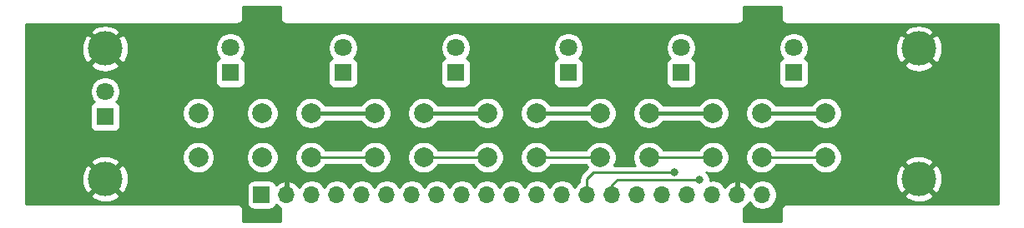
<source format=gbl>
G04 #@! TF.GenerationSoftware,KiCad,Pcbnew,(5.1.8)-1*
G04 #@! TF.CreationDate,2022-07-15T00:36:28+02:00*
G04 #@! TF.ProjectId,BulkyMIDI-32 Audio Switch Panel,42756c6b-794d-4494-9449-2d3332204175,rev?*
G04 #@! TF.SameCoordinates,Original*
G04 #@! TF.FileFunction,Copper,L2,Bot*
G04 #@! TF.FilePolarity,Positive*
%FSLAX46Y46*%
G04 Gerber Fmt 4.6, Leading zero omitted, Abs format (unit mm)*
G04 Created by KiCad (PCBNEW (5.1.8)-1) date 2022-07-15 00:36:28*
%MOMM*%
%LPD*%
G01*
G04 APERTURE LIST*
G04 #@! TA.AperFunction,ComponentPad*
%ADD10R,1.700000X1.700000*%
G04 #@! TD*
G04 #@! TA.AperFunction,ComponentPad*
%ADD11O,1.700000X1.700000*%
G04 #@! TD*
G04 #@! TA.AperFunction,ComponentPad*
%ADD12C,3.500000*%
G04 #@! TD*
G04 #@! TA.AperFunction,ComponentPad*
%ADD13C,1.800000*%
G04 #@! TD*
G04 #@! TA.AperFunction,ComponentPad*
%ADD14R,1.800000X1.800000*%
G04 #@! TD*
G04 #@! TA.AperFunction,ComponentPad*
%ADD15C,2.000000*%
G04 #@! TD*
G04 #@! TA.AperFunction,ViaPad*
%ADD16C,0.800000*%
G04 #@! TD*
G04 #@! TA.AperFunction,Conductor*
%ADD17C,0.381000*%
G04 #@! TD*
G04 #@! TA.AperFunction,Conductor*
%ADD18C,0.250000*%
G04 #@! TD*
G04 #@! TA.AperFunction,Conductor*
%ADD19C,0.254000*%
G04 #@! TD*
G04 #@! TA.AperFunction,Conductor*
%ADD20C,0.100000*%
G04 #@! TD*
G04 APERTURE END LIST*
D10*
X115690000Y-130810000D03*
D11*
X118230000Y-130810000D03*
X120770000Y-130810000D03*
X123310000Y-130810000D03*
X125850000Y-130810000D03*
X128390000Y-130810000D03*
X130930000Y-130810000D03*
X133470000Y-130810000D03*
X136010000Y-130810000D03*
X138550000Y-130810000D03*
X141090000Y-130810000D03*
X143630000Y-130810000D03*
X146170000Y-130810000D03*
X148710000Y-130810000D03*
X151250000Y-130810000D03*
X153790000Y-130810000D03*
X156330000Y-130810000D03*
X158870000Y-130810000D03*
X161410000Y-130810000D03*
X163950000Y-130810000D03*
X166490000Y-130810000D03*
D12*
X99815000Y-129199000D03*
X182365000Y-129199000D03*
X182365000Y-115949000D03*
X99815000Y-115949000D03*
D13*
X112515000Y-115864000D03*
D14*
X112515000Y-118404000D03*
X123945000Y-118404000D03*
D13*
X123945000Y-115864000D03*
X135375000Y-115864000D03*
D14*
X135375000Y-118404000D03*
X146805000Y-118404000D03*
D13*
X146805000Y-115864000D03*
X158235000Y-115864000D03*
D14*
X158235000Y-118404000D03*
X169665000Y-118404000D03*
D13*
X169665000Y-115864000D03*
D14*
X99815000Y-122849000D03*
D13*
X99815000Y-120309000D03*
D15*
X109265000Y-127004000D03*
X109265000Y-122504000D03*
X115765000Y-127004000D03*
X115765000Y-122504000D03*
X127195000Y-122504000D03*
X127195000Y-127004000D03*
X120695000Y-122504000D03*
X120695000Y-127004000D03*
X138625000Y-122504000D03*
X138625000Y-127004000D03*
X132125000Y-122504000D03*
X132125000Y-127004000D03*
X143555000Y-127004000D03*
X143555000Y-122504000D03*
X150055000Y-127004000D03*
X150055000Y-122504000D03*
X161485000Y-122504000D03*
X161485000Y-127004000D03*
X154985000Y-122504000D03*
X154985000Y-127004000D03*
X166415000Y-127004000D03*
X166415000Y-122504000D03*
X172915000Y-127004000D03*
X172915000Y-122504000D03*
D16*
X160140000Y-129289000D03*
X157600000Y-128564000D03*
D17*
X143555000Y-122504000D02*
X150055000Y-122504000D01*
X138625000Y-122504000D02*
X132125000Y-122504000D01*
X120695000Y-122504000D02*
X127195000Y-122504000D01*
X154985000Y-122504000D02*
X161485000Y-122504000D01*
X166415000Y-122504000D02*
X172915000Y-122504000D01*
D18*
X151250000Y-130810000D02*
X151250000Y-129834000D01*
X151795000Y-129289000D02*
X160140000Y-129289000D01*
X151250000Y-129834000D02*
X151795000Y-129289000D01*
X120695000Y-127004000D02*
X127195000Y-127004000D01*
X132125000Y-127004000D02*
X138625000Y-127004000D01*
X150055000Y-127004000D02*
X143555000Y-127004000D01*
X154985000Y-127004000D02*
X161485000Y-127004000D01*
X166415000Y-127004000D02*
X172915000Y-127004000D01*
X148710000Y-130810000D02*
X148710000Y-129199000D01*
X149345000Y-128564000D02*
X157600000Y-128564000D01*
X148710000Y-129199000D02*
X149345000Y-128564000D01*
D19*
X117570000Y-112741580D02*
X117566807Y-112774000D01*
X117579550Y-112903383D01*
X117617290Y-113027793D01*
X117678575Y-113142450D01*
X117761052Y-113242948D01*
X117861550Y-113325425D01*
X117976207Y-113386710D01*
X118100617Y-113424450D01*
X118230000Y-113437193D01*
X118262419Y-113434000D01*
X163917581Y-113434000D01*
X163950000Y-113437193D01*
X163982419Y-113434000D01*
X164079383Y-113424450D01*
X164203793Y-113386710D01*
X164318450Y-113325425D01*
X164418948Y-113242948D01*
X164501425Y-113142450D01*
X164562710Y-113027793D01*
X164600450Y-112903383D01*
X164613193Y-112774000D01*
X164610000Y-112741581D01*
X164610000Y-111634000D01*
X168370001Y-111634000D01*
X168370000Y-112741580D01*
X168366807Y-112774000D01*
X168379550Y-112903383D01*
X168417290Y-113027793D01*
X168478575Y-113142450D01*
X168561052Y-113242948D01*
X168661550Y-113325425D01*
X168776207Y-113386710D01*
X168900617Y-113424450D01*
X169030000Y-113437193D01*
X169062419Y-113434000D01*
X190430001Y-113434000D01*
X190430000Y-131714000D01*
X169062419Y-131714000D01*
X169030000Y-131710807D01*
X168997581Y-131714000D01*
X168900617Y-131723550D01*
X168776207Y-131761290D01*
X168661550Y-131822575D01*
X168561052Y-131905052D01*
X168478575Y-132005550D01*
X168417290Y-132120207D01*
X168379550Y-132244617D01*
X168366807Y-132374000D01*
X168370000Y-132406418D01*
X168370001Y-133514000D01*
X164610000Y-133514000D01*
X164610000Y-132406418D01*
X164613193Y-132374000D01*
X164600450Y-132244617D01*
X164571957Y-132150688D01*
X164716920Y-132081641D01*
X164950269Y-131907588D01*
X165145178Y-131691355D01*
X165214805Y-131574466D01*
X165336525Y-131756632D01*
X165543368Y-131963475D01*
X165786589Y-132125990D01*
X166056842Y-132237932D01*
X166343740Y-132295000D01*
X166636260Y-132295000D01*
X166923158Y-132237932D01*
X167193411Y-132125990D01*
X167436632Y-131963475D01*
X167643475Y-131756632D01*
X167805990Y-131513411D01*
X167917932Y-131243158D01*
X167975000Y-130956260D01*
X167975000Y-130868609D01*
X180874997Y-130868609D01*
X181061073Y-131209766D01*
X181478409Y-131425513D01*
X181929815Y-131555696D01*
X182397946Y-131595313D01*
X182864811Y-131542842D01*
X183312468Y-131400297D01*
X183668927Y-131209766D01*
X183855003Y-130868609D01*
X182365000Y-129378605D01*
X180874997Y-130868609D01*
X167975000Y-130868609D01*
X167975000Y-130663740D01*
X167917932Y-130376842D01*
X167805990Y-130106589D01*
X167643475Y-129863368D01*
X167436632Y-129656525D01*
X167193411Y-129494010D01*
X166923158Y-129382068D01*
X166636260Y-129325000D01*
X166343740Y-129325000D01*
X166056842Y-129382068D01*
X165786589Y-129494010D01*
X165543368Y-129656525D01*
X165336525Y-129863368D01*
X165214805Y-130045534D01*
X165145178Y-129928645D01*
X164950269Y-129712412D01*
X164716920Y-129538359D01*
X164454099Y-129413175D01*
X164306890Y-129368524D01*
X164077000Y-129489845D01*
X164077000Y-130683000D01*
X164097000Y-130683000D01*
X164097000Y-130937000D01*
X164077000Y-130937000D01*
X164077000Y-130957000D01*
X163823000Y-130957000D01*
X163823000Y-130937000D01*
X163803000Y-130937000D01*
X163803000Y-130683000D01*
X163823000Y-130683000D01*
X163823000Y-129489845D01*
X163593110Y-129368524D01*
X163445901Y-129413175D01*
X163183080Y-129538359D01*
X162949731Y-129712412D01*
X162754822Y-129928645D01*
X162685195Y-130045534D01*
X162563475Y-129863368D01*
X162356632Y-129656525D01*
X162113411Y-129494010D01*
X161843158Y-129382068D01*
X161556260Y-129325000D01*
X161263740Y-129325000D01*
X161175000Y-129342652D01*
X161175000Y-129231946D01*
X179968687Y-129231946D01*
X180021158Y-129698811D01*
X180163703Y-130146468D01*
X180354234Y-130502927D01*
X180695391Y-130689003D01*
X182185395Y-129199000D01*
X182544605Y-129199000D01*
X184034609Y-130689003D01*
X184375766Y-130502927D01*
X184591513Y-130085591D01*
X184721696Y-129634185D01*
X184761313Y-129166054D01*
X184708842Y-128699189D01*
X184566297Y-128251532D01*
X184375766Y-127895073D01*
X184034609Y-127708997D01*
X182544605Y-129199000D01*
X182185395Y-129199000D01*
X180695391Y-127708997D01*
X180354234Y-127895073D01*
X180138487Y-128312409D01*
X180008304Y-128763815D01*
X179968687Y-129231946D01*
X161175000Y-129231946D01*
X161175000Y-129187061D01*
X161135226Y-128987102D01*
X161057205Y-128798744D01*
X160943937Y-128629226D01*
X160807999Y-128493288D01*
X161008088Y-128576168D01*
X161323967Y-128639000D01*
X161646033Y-128639000D01*
X161961912Y-128576168D01*
X162259463Y-128452918D01*
X162527252Y-128273987D01*
X162754987Y-128046252D01*
X162933918Y-127778463D01*
X163057168Y-127480912D01*
X163120000Y-127165033D01*
X163120000Y-126842967D01*
X164780000Y-126842967D01*
X164780000Y-127165033D01*
X164842832Y-127480912D01*
X164966082Y-127778463D01*
X165145013Y-128046252D01*
X165372748Y-128273987D01*
X165640537Y-128452918D01*
X165938088Y-128576168D01*
X166253967Y-128639000D01*
X166576033Y-128639000D01*
X166891912Y-128576168D01*
X167189463Y-128452918D01*
X167457252Y-128273987D01*
X167684987Y-128046252D01*
X167863918Y-127778463D01*
X167869909Y-127764000D01*
X171460091Y-127764000D01*
X171466082Y-127778463D01*
X171645013Y-128046252D01*
X171872748Y-128273987D01*
X172140537Y-128452918D01*
X172438088Y-128576168D01*
X172753967Y-128639000D01*
X173076033Y-128639000D01*
X173391912Y-128576168D01*
X173689463Y-128452918D01*
X173957252Y-128273987D01*
X174184987Y-128046252D01*
X174363918Y-127778463D01*
X174467087Y-127529391D01*
X180874997Y-127529391D01*
X182365000Y-129019395D01*
X183855003Y-127529391D01*
X183668927Y-127188234D01*
X183251591Y-126972487D01*
X182800185Y-126842304D01*
X182332054Y-126802687D01*
X181865189Y-126855158D01*
X181417532Y-126997703D01*
X181061073Y-127188234D01*
X180874997Y-127529391D01*
X174467087Y-127529391D01*
X174487168Y-127480912D01*
X174550000Y-127165033D01*
X174550000Y-126842967D01*
X174487168Y-126527088D01*
X174363918Y-126229537D01*
X174184987Y-125961748D01*
X173957252Y-125734013D01*
X173689463Y-125555082D01*
X173391912Y-125431832D01*
X173076033Y-125369000D01*
X172753967Y-125369000D01*
X172438088Y-125431832D01*
X172140537Y-125555082D01*
X171872748Y-125734013D01*
X171645013Y-125961748D01*
X171466082Y-126229537D01*
X171460091Y-126244000D01*
X167869909Y-126244000D01*
X167863918Y-126229537D01*
X167684987Y-125961748D01*
X167457252Y-125734013D01*
X167189463Y-125555082D01*
X166891912Y-125431832D01*
X166576033Y-125369000D01*
X166253967Y-125369000D01*
X165938088Y-125431832D01*
X165640537Y-125555082D01*
X165372748Y-125734013D01*
X165145013Y-125961748D01*
X164966082Y-126229537D01*
X164842832Y-126527088D01*
X164780000Y-126842967D01*
X163120000Y-126842967D01*
X163057168Y-126527088D01*
X162933918Y-126229537D01*
X162754987Y-125961748D01*
X162527252Y-125734013D01*
X162259463Y-125555082D01*
X161961912Y-125431832D01*
X161646033Y-125369000D01*
X161323967Y-125369000D01*
X161008088Y-125431832D01*
X160710537Y-125555082D01*
X160442748Y-125734013D01*
X160215013Y-125961748D01*
X160036082Y-126229537D01*
X160030091Y-126244000D01*
X156439909Y-126244000D01*
X156433918Y-126229537D01*
X156254987Y-125961748D01*
X156027252Y-125734013D01*
X155759463Y-125555082D01*
X155461912Y-125431832D01*
X155146033Y-125369000D01*
X154823967Y-125369000D01*
X154508088Y-125431832D01*
X154210537Y-125555082D01*
X153942748Y-125734013D01*
X153715013Y-125961748D01*
X153536082Y-126229537D01*
X153412832Y-126527088D01*
X153350000Y-126842967D01*
X153350000Y-127165033D01*
X153412832Y-127480912D01*
X153536082Y-127778463D01*
X153553145Y-127804000D01*
X151486855Y-127804000D01*
X151503918Y-127778463D01*
X151627168Y-127480912D01*
X151690000Y-127165033D01*
X151690000Y-126842967D01*
X151627168Y-126527088D01*
X151503918Y-126229537D01*
X151324987Y-125961748D01*
X151097252Y-125734013D01*
X150829463Y-125555082D01*
X150531912Y-125431832D01*
X150216033Y-125369000D01*
X149893967Y-125369000D01*
X149578088Y-125431832D01*
X149280537Y-125555082D01*
X149012748Y-125734013D01*
X148785013Y-125961748D01*
X148606082Y-126229537D01*
X148600091Y-126244000D01*
X145009909Y-126244000D01*
X145003918Y-126229537D01*
X144824987Y-125961748D01*
X144597252Y-125734013D01*
X144329463Y-125555082D01*
X144031912Y-125431832D01*
X143716033Y-125369000D01*
X143393967Y-125369000D01*
X143078088Y-125431832D01*
X142780537Y-125555082D01*
X142512748Y-125734013D01*
X142285013Y-125961748D01*
X142106082Y-126229537D01*
X141982832Y-126527088D01*
X141920000Y-126842967D01*
X141920000Y-127165033D01*
X141982832Y-127480912D01*
X142106082Y-127778463D01*
X142285013Y-128046252D01*
X142512748Y-128273987D01*
X142780537Y-128452918D01*
X143078088Y-128576168D01*
X143393967Y-128639000D01*
X143716033Y-128639000D01*
X144031912Y-128576168D01*
X144329463Y-128452918D01*
X144597252Y-128273987D01*
X144824987Y-128046252D01*
X145003918Y-127778463D01*
X145009909Y-127764000D01*
X148600091Y-127764000D01*
X148606082Y-127778463D01*
X148785013Y-128046252D01*
X148785960Y-128047199D01*
X148781200Y-128052998D01*
X148198998Y-128635201D01*
X148170000Y-128658999D01*
X148146202Y-128687997D01*
X148146201Y-128687998D01*
X148075026Y-128774724D01*
X148004454Y-128906754D01*
X147980082Y-128987102D01*
X147960998Y-129050014D01*
X147955681Y-129104001D01*
X147946324Y-129199000D01*
X147950001Y-129236332D01*
X147950001Y-129531821D01*
X147763368Y-129656525D01*
X147556525Y-129863368D01*
X147440000Y-130037760D01*
X147323475Y-129863368D01*
X147116632Y-129656525D01*
X146873411Y-129494010D01*
X146603158Y-129382068D01*
X146316260Y-129325000D01*
X146023740Y-129325000D01*
X145736842Y-129382068D01*
X145466589Y-129494010D01*
X145223368Y-129656525D01*
X145016525Y-129863368D01*
X144900000Y-130037760D01*
X144783475Y-129863368D01*
X144576632Y-129656525D01*
X144333411Y-129494010D01*
X144063158Y-129382068D01*
X143776260Y-129325000D01*
X143483740Y-129325000D01*
X143196842Y-129382068D01*
X142926589Y-129494010D01*
X142683368Y-129656525D01*
X142476525Y-129863368D01*
X142360000Y-130037760D01*
X142243475Y-129863368D01*
X142036632Y-129656525D01*
X141793411Y-129494010D01*
X141523158Y-129382068D01*
X141236260Y-129325000D01*
X140943740Y-129325000D01*
X140656842Y-129382068D01*
X140386589Y-129494010D01*
X140143368Y-129656525D01*
X139936525Y-129863368D01*
X139820000Y-130037760D01*
X139703475Y-129863368D01*
X139496632Y-129656525D01*
X139253411Y-129494010D01*
X138983158Y-129382068D01*
X138696260Y-129325000D01*
X138403740Y-129325000D01*
X138116842Y-129382068D01*
X137846589Y-129494010D01*
X137603368Y-129656525D01*
X137396525Y-129863368D01*
X137280000Y-130037760D01*
X137163475Y-129863368D01*
X136956632Y-129656525D01*
X136713411Y-129494010D01*
X136443158Y-129382068D01*
X136156260Y-129325000D01*
X135863740Y-129325000D01*
X135576842Y-129382068D01*
X135306589Y-129494010D01*
X135063368Y-129656525D01*
X134856525Y-129863368D01*
X134740000Y-130037760D01*
X134623475Y-129863368D01*
X134416632Y-129656525D01*
X134173411Y-129494010D01*
X133903158Y-129382068D01*
X133616260Y-129325000D01*
X133323740Y-129325000D01*
X133036842Y-129382068D01*
X132766589Y-129494010D01*
X132523368Y-129656525D01*
X132316525Y-129863368D01*
X132200000Y-130037760D01*
X132083475Y-129863368D01*
X131876632Y-129656525D01*
X131633411Y-129494010D01*
X131363158Y-129382068D01*
X131076260Y-129325000D01*
X130783740Y-129325000D01*
X130496842Y-129382068D01*
X130226589Y-129494010D01*
X129983368Y-129656525D01*
X129776525Y-129863368D01*
X129660000Y-130037760D01*
X129543475Y-129863368D01*
X129336632Y-129656525D01*
X129093411Y-129494010D01*
X128823158Y-129382068D01*
X128536260Y-129325000D01*
X128243740Y-129325000D01*
X127956842Y-129382068D01*
X127686589Y-129494010D01*
X127443368Y-129656525D01*
X127236525Y-129863368D01*
X127120000Y-130037760D01*
X127003475Y-129863368D01*
X126796632Y-129656525D01*
X126553411Y-129494010D01*
X126283158Y-129382068D01*
X125996260Y-129325000D01*
X125703740Y-129325000D01*
X125416842Y-129382068D01*
X125146589Y-129494010D01*
X124903368Y-129656525D01*
X124696525Y-129863368D01*
X124580000Y-130037760D01*
X124463475Y-129863368D01*
X124256632Y-129656525D01*
X124013411Y-129494010D01*
X123743158Y-129382068D01*
X123456260Y-129325000D01*
X123163740Y-129325000D01*
X122876842Y-129382068D01*
X122606589Y-129494010D01*
X122363368Y-129656525D01*
X122156525Y-129863368D01*
X122040000Y-130037760D01*
X121923475Y-129863368D01*
X121716632Y-129656525D01*
X121473411Y-129494010D01*
X121203158Y-129382068D01*
X120916260Y-129325000D01*
X120623740Y-129325000D01*
X120336842Y-129382068D01*
X120066589Y-129494010D01*
X119823368Y-129656525D01*
X119616525Y-129863368D01*
X119494805Y-130045534D01*
X119425178Y-129928645D01*
X119230269Y-129712412D01*
X118996920Y-129538359D01*
X118734099Y-129413175D01*
X118586890Y-129368524D01*
X118357000Y-129489845D01*
X118357000Y-130683000D01*
X118377000Y-130683000D01*
X118377000Y-130937000D01*
X118357000Y-130937000D01*
X118357000Y-130957000D01*
X118103000Y-130957000D01*
X118103000Y-130937000D01*
X118083000Y-130937000D01*
X118083000Y-130683000D01*
X118103000Y-130683000D01*
X118103000Y-129489845D01*
X117873110Y-129368524D01*
X117725901Y-129413175D01*
X117463080Y-129538359D01*
X117229731Y-129712412D01*
X117153966Y-129796466D01*
X117129502Y-129715820D01*
X117070537Y-129605506D01*
X116991185Y-129508815D01*
X116894494Y-129429463D01*
X116784180Y-129370498D01*
X116664482Y-129334188D01*
X116540000Y-129321928D01*
X114840000Y-129321928D01*
X114715518Y-129334188D01*
X114595820Y-129370498D01*
X114485506Y-129429463D01*
X114388815Y-129508815D01*
X114309463Y-129605506D01*
X114250498Y-129715820D01*
X114214188Y-129835518D01*
X114201928Y-129960000D01*
X114201928Y-131660000D01*
X114214188Y-131784482D01*
X114250498Y-131904180D01*
X114309463Y-132014494D01*
X114388815Y-132111185D01*
X114485506Y-132190537D01*
X114595820Y-132249502D01*
X114715518Y-132285812D01*
X114840000Y-132298072D01*
X116540000Y-132298072D01*
X116664482Y-132285812D01*
X116784180Y-132249502D01*
X116894494Y-132190537D01*
X116991185Y-132111185D01*
X117070537Y-132014494D01*
X117129502Y-131904180D01*
X117153966Y-131823534D01*
X117229731Y-131907588D01*
X117463080Y-132081641D01*
X117608043Y-132150688D01*
X117579550Y-132244617D01*
X117566807Y-132374000D01*
X117570000Y-132406418D01*
X117570001Y-133514000D01*
X113810000Y-133514000D01*
X113810000Y-132406418D01*
X113813193Y-132374000D01*
X113800450Y-132244617D01*
X113762710Y-132120207D01*
X113701425Y-132005550D01*
X113618948Y-131905052D01*
X113518450Y-131822575D01*
X113403793Y-131761290D01*
X113279383Y-131723550D01*
X113182419Y-131714000D01*
X113150000Y-131710807D01*
X113117581Y-131714000D01*
X91750000Y-131714000D01*
X91750000Y-130868609D01*
X98324997Y-130868609D01*
X98511073Y-131209766D01*
X98928409Y-131425513D01*
X99379815Y-131555696D01*
X99847946Y-131595313D01*
X100314811Y-131542842D01*
X100762468Y-131400297D01*
X101118927Y-131209766D01*
X101305003Y-130868609D01*
X99815000Y-129378605D01*
X98324997Y-130868609D01*
X91750000Y-130868609D01*
X91750000Y-129231946D01*
X97418687Y-129231946D01*
X97471158Y-129698811D01*
X97613703Y-130146468D01*
X97804234Y-130502927D01*
X98145391Y-130689003D01*
X99635395Y-129199000D01*
X99994605Y-129199000D01*
X101484609Y-130689003D01*
X101825766Y-130502927D01*
X102041513Y-130085591D01*
X102171696Y-129634185D01*
X102211313Y-129166054D01*
X102158842Y-128699189D01*
X102016297Y-128251532D01*
X101825766Y-127895073D01*
X101484609Y-127708997D01*
X99994605Y-129199000D01*
X99635395Y-129199000D01*
X98145391Y-127708997D01*
X97804234Y-127895073D01*
X97588487Y-128312409D01*
X97458304Y-128763815D01*
X97418687Y-129231946D01*
X91750000Y-129231946D01*
X91750000Y-127529391D01*
X98324997Y-127529391D01*
X99815000Y-129019395D01*
X101305003Y-127529391D01*
X101118927Y-127188234D01*
X100701591Y-126972487D01*
X100252484Y-126842967D01*
X107630000Y-126842967D01*
X107630000Y-127165033D01*
X107692832Y-127480912D01*
X107816082Y-127778463D01*
X107995013Y-128046252D01*
X108222748Y-128273987D01*
X108490537Y-128452918D01*
X108788088Y-128576168D01*
X109103967Y-128639000D01*
X109426033Y-128639000D01*
X109741912Y-128576168D01*
X110039463Y-128452918D01*
X110307252Y-128273987D01*
X110534987Y-128046252D01*
X110713918Y-127778463D01*
X110837168Y-127480912D01*
X110900000Y-127165033D01*
X110900000Y-126842967D01*
X114130000Y-126842967D01*
X114130000Y-127165033D01*
X114192832Y-127480912D01*
X114316082Y-127778463D01*
X114495013Y-128046252D01*
X114722748Y-128273987D01*
X114990537Y-128452918D01*
X115288088Y-128576168D01*
X115603967Y-128639000D01*
X115926033Y-128639000D01*
X116241912Y-128576168D01*
X116539463Y-128452918D01*
X116807252Y-128273987D01*
X117034987Y-128046252D01*
X117213918Y-127778463D01*
X117337168Y-127480912D01*
X117400000Y-127165033D01*
X117400000Y-126842967D01*
X119060000Y-126842967D01*
X119060000Y-127165033D01*
X119122832Y-127480912D01*
X119246082Y-127778463D01*
X119425013Y-128046252D01*
X119652748Y-128273987D01*
X119920537Y-128452918D01*
X120218088Y-128576168D01*
X120533967Y-128639000D01*
X120856033Y-128639000D01*
X121171912Y-128576168D01*
X121469463Y-128452918D01*
X121737252Y-128273987D01*
X121964987Y-128046252D01*
X122143918Y-127778463D01*
X122149909Y-127764000D01*
X125740091Y-127764000D01*
X125746082Y-127778463D01*
X125925013Y-128046252D01*
X126152748Y-128273987D01*
X126420537Y-128452918D01*
X126718088Y-128576168D01*
X127033967Y-128639000D01*
X127356033Y-128639000D01*
X127671912Y-128576168D01*
X127969463Y-128452918D01*
X128237252Y-128273987D01*
X128464987Y-128046252D01*
X128643918Y-127778463D01*
X128767168Y-127480912D01*
X128830000Y-127165033D01*
X128830000Y-126842967D01*
X130490000Y-126842967D01*
X130490000Y-127165033D01*
X130552832Y-127480912D01*
X130676082Y-127778463D01*
X130855013Y-128046252D01*
X131082748Y-128273987D01*
X131350537Y-128452918D01*
X131648088Y-128576168D01*
X131963967Y-128639000D01*
X132286033Y-128639000D01*
X132601912Y-128576168D01*
X132899463Y-128452918D01*
X133167252Y-128273987D01*
X133394987Y-128046252D01*
X133573918Y-127778463D01*
X133579909Y-127764000D01*
X137170091Y-127764000D01*
X137176082Y-127778463D01*
X137355013Y-128046252D01*
X137582748Y-128273987D01*
X137850537Y-128452918D01*
X138148088Y-128576168D01*
X138463967Y-128639000D01*
X138786033Y-128639000D01*
X139101912Y-128576168D01*
X139399463Y-128452918D01*
X139667252Y-128273987D01*
X139894987Y-128046252D01*
X140073918Y-127778463D01*
X140197168Y-127480912D01*
X140260000Y-127165033D01*
X140260000Y-126842967D01*
X140197168Y-126527088D01*
X140073918Y-126229537D01*
X139894987Y-125961748D01*
X139667252Y-125734013D01*
X139399463Y-125555082D01*
X139101912Y-125431832D01*
X138786033Y-125369000D01*
X138463967Y-125369000D01*
X138148088Y-125431832D01*
X137850537Y-125555082D01*
X137582748Y-125734013D01*
X137355013Y-125961748D01*
X137176082Y-126229537D01*
X137170091Y-126244000D01*
X133579909Y-126244000D01*
X133573918Y-126229537D01*
X133394987Y-125961748D01*
X133167252Y-125734013D01*
X132899463Y-125555082D01*
X132601912Y-125431832D01*
X132286033Y-125369000D01*
X131963967Y-125369000D01*
X131648088Y-125431832D01*
X131350537Y-125555082D01*
X131082748Y-125734013D01*
X130855013Y-125961748D01*
X130676082Y-126229537D01*
X130552832Y-126527088D01*
X130490000Y-126842967D01*
X128830000Y-126842967D01*
X128767168Y-126527088D01*
X128643918Y-126229537D01*
X128464987Y-125961748D01*
X128237252Y-125734013D01*
X127969463Y-125555082D01*
X127671912Y-125431832D01*
X127356033Y-125369000D01*
X127033967Y-125369000D01*
X126718088Y-125431832D01*
X126420537Y-125555082D01*
X126152748Y-125734013D01*
X125925013Y-125961748D01*
X125746082Y-126229537D01*
X125740091Y-126244000D01*
X122149909Y-126244000D01*
X122143918Y-126229537D01*
X121964987Y-125961748D01*
X121737252Y-125734013D01*
X121469463Y-125555082D01*
X121171912Y-125431832D01*
X120856033Y-125369000D01*
X120533967Y-125369000D01*
X120218088Y-125431832D01*
X119920537Y-125555082D01*
X119652748Y-125734013D01*
X119425013Y-125961748D01*
X119246082Y-126229537D01*
X119122832Y-126527088D01*
X119060000Y-126842967D01*
X117400000Y-126842967D01*
X117337168Y-126527088D01*
X117213918Y-126229537D01*
X117034987Y-125961748D01*
X116807252Y-125734013D01*
X116539463Y-125555082D01*
X116241912Y-125431832D01*
X115926033Y-125369000D01*
X115603967Y-125369000D01*
X115288088Y-125431832D01*
X114990537Y-125555082D01*
X114722748Y-125734013D01*
X114495013Y-125961748D01*
X114316082Y-126229537D01*
X114192832Y-126527088D01*
X114130000Y-126842967D01*
X110900000Y-126842967D01*
X110837168Y-126527088D01*
X110713918Y-126229537D01*
X110534987Y-125961748D01*
X110307252Y-125734013D01*
X110039463Y-125555082D01*
X109741912Y-125431832D01*
X109426033Y-125369000D01*
X109103967Y-125369000D01*
X108788088Y-125431832D01*
X108490537Y-125555082D01*
X108222748Y-125734013D01*
X107995013Y-125961748D01*
X107816082Y-126229537D01*
X107692832Y-126527088D01*
X107630000Y-126842967D01*
X100252484Y-126842967D01*
X100250185Y-126842304D01*
X99782054Y-126802687D01*
X99315189Y-126855158D01*
X98867532Y-126997703D01*
X98511073Y-127188234D01*
X98324997Y-127529391D01*
X91750000Y-127529391D01*
X91750000Y-121949000D01*
X98276928Y-121949000D01*
X98276928Y-123749000D01*
X98289188Y-123873482D01*
X98325498Y-123993180D01*
X98384463Y-124103494D01*
X98463815Y-124200185D01*
X98560506Y-124279537D01*
X98670820Y-124338502D01*
X98790518Y-124374812D01*
X98915000Y-124387072D01*
X100715000Y-124387072D01*
X100839482Y-124374812D01*
X100959180Y-124338502D01*
X101069494Y-124279537D01*
X101166185Y-124200185D01*
X101245537Y-124103494D01*
X101304502Y-123993180D01*
X101340812Y-123873482D01*
X101353072Y-123749000D01*
X101353072Y-122342967D01*
X107630000Y-122342967D01*
X107630000Y-122665033D01*
X107692832Y-122980912D01*
X107816082Y-123278463D01*
X107995013Y-123546252D01*
X108222748Y-123773987D01*
X108490537Y-123952918D01*
X108788088Y-124076168D01*
X109103967Y-124139000D01*
X109426033Y-124139000D01*
X109741912Y-124076168D01*
X110039463Y-123952918D01*
X110307252Y-123773987D01*
X110534987Y-123546252D01*
X110713918Y-123278463D01*
X110837168Y-122980912D01*
X110900000Y-122665033D01*
X110900000Y-122342967D01*
X114130000Y-122342967D01*
X114130000Y-122665033D01*
X114192832Y-122980912D01*
X114316082Y-123278463D01*
X114495013Y-123546252D01*
X114722748Y-123773987D01*
X114990537Y-123952918D01*
X115288088Y-124076168D01*
X115603967Y-124139000D01*
X115926033Y-124139000D01*
X116241912Y-124076168D01*
X116539463Y-123952918D01*
X116807252Y-123773987D01*
X117034987Y-123546252D01*
X117213918Y-123278463D01*
X117337168Y-122980912D01*
X117400000Y-122665033D01*
X117400000Y-122342967D01*
X119060000Y-122342967D01*
X119060000Y-122665033D01*
X119122832Y-122980912D01*
X119246082Y-123278463D01*
X119425013Y-123546252D01*
X119652748Y-123773987D01*
X119920537Y-123952918D01*
X120218088Y-124076168D01*
X120533967Y-124139000D01*
X120856033Y-124139000D01*
X121171912Y-124076168D01*
X121469463Y-123952918D01*
X121737252Y-123773987D01*
X121964987Y-123546252D01*
X122109816Y-123329500D01*
X125780184Y-123329500D01*
X125925013Y-123546252D01*
X126152748Y-123773987D01*
X126420537Y-123952918D01*
X126718088Y-124076168D01*
X127033967Y-124139000D01*
X127356033Y-124139000D01*
X127671912Y-124076168D01*
X127969463Y-123952918D01*
X128237252Y-123773987D01*
X128464987Y-123546252D01*
X128643918Y-123278463D01*
X128767168Y-122980912D01*
X128830000Y-122665033D01*
X128830000Y-122342967D01*
X130490000Y-122342967D01*
X130490000Y-122665033D01*
X130552832Y-122980912D01*
X130676082Y-123278463D01*
X130855013Y-123546252D01*
X131082748Y-123773987D01*
X131350537Y-123952918D01*
X131648088Y-124076168D01*
X131963967Y-124139000D01*
X132286033Y-124139000D01*
X132601912Y-124076168D01*
X132899463Y-123952918D01*
X133167252Y-123773987D01*
X133394987Y-123546252D01*
X133539816Y-123329500D01*
X137210184Y-123329500D01*
X137355013Y-123546252D01*
X137582748Y-123773987D01*
X137850537Y-123952918D01*
X138148088Y-124076168D01*
X138463967Y-124139000D01*
X138786033Y-124139000D01*
X139101912Y-124076168D01*
X139399463Y-123952918D01*
X139667252Y-123773987D01*
X139894987Y-123546252D01*
X140073918Y-123278463D01*
X140197168Y-122980912D01*
X140260000Y-122665033D01*
X140260000Y-122342967D01*
X141920000Y-122342967D01*
X141920000Y-122665033D01*
X141982832Y-122980912D01*
X142106082Y-123278463D01*
X142285013Y-123546252D01*
X142512748Y-123773987D01*
X142780537Y-123952918D01*
X143078088Y-124076168D01*
X143393967Y-124139000D01*
X143716033Y-124139000D01*
X144031912Y-124076168D01*
X144329463Y-123952918D01*
X144597252Y-123773987D01*
X144824987Y-123546252D01*
X144969816Y-123329500D01*
X148640184Y-123329500D01*
X148785013Y-123546252D01*
X149012748Y-123773987D01*
X149280537Y-123952918D01*
X149578088Y-124076168D01*
X149893967Y-124139000D01*
X150216033Y-124139000D01*
X150531912Y-124076168D01*
X150829463Y-123952918D01*
X151097252Y-123773987D01*
X151324987Y-123546252D01*
X151503918Y-123278463D01*
X151627168Y-122980912D01*
X151690000Y-122665033D01*
X151690000Y-122342967D01*
X153350000Y-122342967D01*
X153350000Y-122665033D01*
X153412832Y-122980912D01*
X153536082Y-123278463D01*
X153715013Y-123546252D01*
X153942748Y-123773987D01*
X154210537Y-123952918D01*
X154508088Y-124076168D01*
X154823967Y-124139000D01*
X155146033Y-124139000D01*
X155461912Y-124076168D01*
X155759463Y-123952918D01*
X156027252Y-123773987D01*
X156254987Y-123546252D01*
X156399816Y-123329500D01*
X160070184Y-123329500D01*
X160215013Y-123546252D01*
X160442748Y-123773987D01*
X160710537Y-123952918D01*
X161008088Y-124076168D01*
X161323967Y-124139000D01*
X161646033Y-124139000D01*
X161961912Y-124076168D01*
X162259463Y-123952918D01*
X162527252Y-123773987D01*
X162754987Y-123546252D01*
X162933918Y-123278463D01*
X163057168Y-122980912D01*
X163120000Y-122665033D01*
X163120000Y-122342967D01*
X164780000Y-122342967D01*
X164780000Y-122665033D01*
X164842832Y-122980912D01*
X164966082Y-123278463D01*
X165145013Y-123546252D01*
X165372748Y-123773987D01*
X165640537Y-123952918D01*
X165938088Y-124076168D01*
X166253967Y-124139000D01*
X166576033Y-124139000D01*
X166891912Y-124076168D01*
X167189463Y-123952918D01*
X167457252Y-123773987D01*
X167684987Y-123546252D01*
X167829816Y-123329500D01*
X171500184Y-123329500D01*
X171645013Y-123546252D01*
X171872748Y-123773987D01*
X172140537Y-123952918D01*
X172438088Y-124076168D01*
X172753967Y-124139000D01*
X173076033Y-124139000D01*
X173391912Y-124076168D01*
X173689463Y-123952918D01*
X173957252Y-123773987D01*
X174184987Y-123546252D01*
X174363918Y-123278463D01*
X174487168Y-122980912D01*
X174550000Y-122665033D01*
X174550000Y-122342967D01*
X174487168Y-122027088D01*
X174363918Y-121729537D01*
X174184987Y-121461748D01*
X173957252Y-121234013D01*
X173689463Y-121055082D01*
X173391912Y-120931832D01*
X173076033Y-120869000D01*
X172753967Y-120869000D01*
X172438088Y-120931832D01*
X172140537Y-121055082D01*
X171872748Y-121234013D01*
X171645013Y-121461748D01*
X171500184Y-121678500D01*
X167829816Y-121678500D01*
X167684987Y-121461748D01*
X167457252Y-121234013D01*
X167189463Y-121055082D01*
X166891912Y-120931832D01*
X166576033Y-120869000D01*
X166253967Y-120869000D01*
X165938088Y-120931832D01*
X165640537Y-121055082D01*
X165372748Y-121234013D01*
X165145013Y-121461748D01*
X164966082Y-121729537D01*
X164842832Y-122027088D01*
X164780000Y-122342967D01*
X163120000Y-122342967D01*
X163057168Y-122027088D01*
X162933918Y-121729537D01*
X162754987Y-121461748D01*
X162527252Y-121234013D01*
X162259463Y-121055082D01*
X161961912Y-120931832D01*
X161646033Y-120869000D01*
X161323967Y-120869000D01*
X161008088Y-120931832D01*
X160710537Y-121055082D01*
X160442748Y-121234013D01*
X160215013Y-121461748D01*
X160070184Y-121678500D01*
X156399816Y-121678500D01*
X156254987Y-121461748D01*
X156027252Y-121234013D01*
X155759463Y-121055082D01*
X155461912Y-120931832D01*
X155146033Y-120869000D01*
X154823967Y-120869000D01*
X154508088Y-120931832D01*
X154210537Y-121055082D01*
X153942748Y-121234013D01*
X153715013Y-121461748D01*
X153536082Y-121729537D01*
X153412832Y-122027088D01*
X153350000Y-122342967D01*
X151690000Y-122342967D01*
X151627168Y-122027088D01*
X151503918Y-121729537D01*
X151324987Y-121461748D01*
X151097252Y-121234013D01*
X150829463Y-121055082D01*
X150531912Y-120931832D01*
X150216033Y-120869000D01*
X149893967Y-120869000D01*
X149578088Y-120931832D01*
X149280537Y-121055082D01*
X149012748Y-121234013D01*
X148785013Y-121461748D01*
X148640184Y-121678500D01*
X144969816Y-121678500D01*
X144824987Y-121461748D01*
X144597252Y-121234013D01*
X144329463Y-121055082D01*
X144031912Y-120931832D01*
X143716033Y-120869000D01*
X143393967Y-120869000D01*
X143078088Y-120931832D01*
X142780537Y-121055082D01*
X142512748Y-121234013D01*
X142285013Y-121461748D01*
X142106082Y-121729537D01*
X141982832Y-122027088D01*
X141920000Y-122342967D01*
X140260000Y-122342967D01*
X140197168Y-122027088D01*
X140073918Y-121729537D01*
X139894987Y-121461748D01*
X139667252Y-121234013D01*
X139399463Y-121055082D01*
X139101912Y-120931832D01*
X138786033Y-120869000D01*
X138463967Y-120869000D01*
X138148088Y-120931832D01*
X137850537Y-121055082D01*
X137582748Y-121234013D01*
X137355013Y-121461748D01*
X137210184Y-121678500D01*
X133539816Y-121678500D01*
X133394987Y-121461748D01*
X133167252Y-121234013D01*
X132899463Y-121055082D01*
X132601912Y-120931832D01*
X132286033Y-120869000D01*
X131963967Y-120869000D01*
X131648088Y-120931832D01*
X131350537Y-121055082D01*
X131082748Y-121234013D01*
X130855013Y-121461748D01*
X130676082Y-121729537D01*
X130552832Y-122027088D01*
X130490000Y-122342967D01*
X128830000Y-122342967D01*
X128767168Y-122027088D01*
X128643918Y-121729537D01*
X128464987Y-121461748D01*
X128237252Y-121234013D01*
X127969463Y-121055082D01*
X127671912Y-120931832D01*
X127356033Y-120869000D01*
X127033967Y-120869000D01*
X126718088Y-120931832D01*
X126420537Y-121055082D01*
X126152748Y-121234013D01*
X125925013Y-121461748D01*
X125780184Y-121678500D01*
X122109816Y-121678500D01*
X121964987Y-121461748D01*
X121737252Y-121234013D01*
X121469463Y-121055082D01*
X121171912Y-120931832D01*
X120856033Y-120869000D01*
X120533967Y-120869000D01*
X120218088Y-120931832D01*
X119920537Y-121055082D01*
X119652748Y-121234013D01*
X119425013Y-121461748D01*
X119246082Y-121729537D01*
X119122832Y-122027088D01*
X119060000Y-122342967D01*
X117400000Y-122342967D01*
X117337168Y-122027088D01*
X117213918Y-121729537D01*
X117034987Y-121461748D01*
X116807252Y-121234013D01*
X116539463Y-121055082D01*
X116241912Y-120931832D01*
X115926033Y-120869000D01*
X115603967Y-120869000D01*
X115288088Y-120931832D01*
X114990537Y-121055082D01*
X114722748Y-121234013D01*
X114495013Y-121461748D01*
X114316082Y-121729537D01*
X114192832Y-122027088D01*
X114130000Y-122342967D01*
X110900000Y-122342967D01*
X110837168Y-122027088D01*
X110713918Y-121729537D01*
X110534987Y-121461748D01*
X110307252Y-121234013D01*
X110039463Y-121055082D01*
X109741912Y-120931832D01*
X109426033Y-120869000D01*
X109103967Y-120869000D01*
X108788088Y-120931832D01*
X108490537Y-121055082D01*
X108222748Y-121234013D01*
X107995013Y-121461748D01*
X107816082Y-121729537D01*
X107692832Y-122027088D01*
X107630000Y-122342967D01*
X101353072Y-122342967D01*
X101353072Y-121949000D01*
X101340812Y-121824518D01*
X101304502Y-121704820D01*
X101245537Y-121594506D01*
X101166185Y-121497815D01*
X101069494Y-121418463D01*
X100959180Y-121359498D01*
X100940873Y-121353944D01*
X101007312Y-121287505D01*
X101175299Y-121036095D01*
X101291011Y-120756743D01*
X101350000Y-120460184D01*
X101350000Y-120157816D01*
X101291011Y-119861257D01*
X101175299Y-119581905D01*
X101007312Y-119330495D01*
X100793505Y-119116688D01*
X100542095Y-118948701D01*
X100262743Y-118832989D01*
X99966184Y-118774000D01*
X99663816Y-118774000D01*
X99367257Y-118832989D01*
X99087905Y-118948701D01*
X98836495Y-119116688D01*
X98622688Y-119330495D01*
X98454701Y-119581905D01*
X98338989Y-119861257D01*
X98280000Y-120157816D01*
X98280000Y-120460184D01*
X98338989Y-120756743D01*
X98454701Y-121036095D01*
X98622688Y-121287505D01*
X98689127Y-121353944D01*
X98670820Y-121359498D01*
X98560506Y-121418463D01*
X98463815Y-121497815D01*
X98384463Y-121594506D01*
X98325498Y-121704820D01*
X98289188Y-121824518D01*
X98276928Y-121949000D01*
X91750000Y-121949000D01*
X91750000Y-117618609D01*
X98324997Y-117618609D01*
X98511073Y-117959766D01*
X98928409Y-118175513D01*
X99379815Y-118305696D01*
X99847946Y-118345313D01*
X100314811Y-118292842D01*
X100762468Y-118150297D01*
X101118927Y-117959766D01*
X101305003Y-117618609D01*
X101190395Y-117504000D01*
X110976928Y-117504000D01*
X110976928Y-119304000D01*
X110989188Y-119428482D01*
X111025498Y-119548180D01*
X111084463Y-119658494D01*
X111163815Y-119755185D01*
X111260506Y-119834537D01*
X111370820Y-119893502D01*
X111490518Y-119929812D01*
X111615000Y-119942072D01*
X113415000Y-119942072D01*
X113539482Y-119929812D01*
X113659180Y-119893502D01*
X113769494Y-119834537D01*
X113866185Y-119755185D01*
X113945537Y-119658494D01*
X114004502Y-119548180D01*
X114040812Y-119428482D01*
X114053072Y-119304000D01*
X114053072Y-117504000D01*
X122406928Y-117504000D01*
X122406928Y-119304000D01*
X122419188Y-119428482D01*
X122455498Y-119548180D01*
X122514463Y-119658494D01*
X122593815Y-119755185D01*
X122690506Y-119834537D01*
X122800820Y-119893502D01*
X122920518Y-119929812D01*
X123045000Y-119942072D01*
X124845000Y-119942072D01*
X124969482Y-119929812D01*
X125089180Y-119893502D01*
X125199494Y-119834537D01*
X125296185Y-119755185D01*
X125375537Y-119658494D01*
X125434502Y-119548180D01*
X125470812Y-119428482D01*
X125483072Y-119304000D01*
X125483072Y-117504000D01*
X133836928Y-117504000D01*
X133836928Y-119304000D01*
X133849188Y-119428482D01*
X133885498Y-119548180D01*
X133944463Y-119658494D01*
X134023815Y-119755185D01*
X134120506Y-119834537D01*
X134230820Y-119893502D01*
X134350518Y-119929812D01*
X134475000Y-119942072D01*
X136275000Y-119942072D01*
X136399482Y-119929812D01*
X136519180Y-119893502D01*
X136629494Y-119834537D01*
X136726185Y-119755185D01*
X136805537Y-119658494D01*
X136864502Y-119548180D01*
X136900812Y-119428482D01*
X136913072Y-119304000D01*
X136913072Y-117504000D01*
X145266928Y-117504000D01*
X145266928Y-119304000D01*
X145279188Y-119428482D01*
X145315498Y-119548180D01*
X145374463Y-119658494D01*
X145453815Y-119755185D01*
X145550506Y-119834537D01*
X145660820Y-119893502D01*
X145780518Y-119929812D01*
X145905000Y-119942072D01*
X147705000Y-119942072D01*
X147829482Y-119929812D01*
X147949180Y-119893502D01*
X148059494Y-119834537D01*
X148156185Y-119755185D01*
X148235537Y-119658494D01*
X148294502Y-119548180D01*
X148330812Y-119428482D01*
X148343072Y-119304000D01*
X148343072Y-117504000D01*
X156696928Y-117504000D01*
X156696928Y-119304000D01*
X156709188Y-119428482D01*
X156745498Y-119548180D01*
X156804463Y-119658494D01*
X156883815Y-119755185D01*
X156980506Y-119834537D01*
X157090820Y-119893502D01*
X157210518Y-119929812D01*
X157335000Y-119942072D01*
X159135000Y-119942072D01*
X159259482Y-119929812D01*
X159379180Y-119893502D01*
X159489494Y-119834537D01*
X159586185Y-119755185D01*
X159665537Y-119658494D01*
X159724502Y-119548180D01*
X159760812Y-119428482D01*
X159773072Y-119304000D01*
X159773072Y-117504000D01*
X168126928Y-117504000D01*
X168126928Y-119304000D01*
X168139188Y-119428482D01*
X168175498Y-119548180D01*
X168234463Y-119658494D01*
X168313815Y-119755185D01*
X168410506Y-119834537D01*
X168520820Y-119893502D01*
X168640518Y-119929812D01*
X168765000Y-119942072D01*
X170565000Y-119942072D01*
X170689482Y-119929812D01*
X170809180Y-119893502D01*
X170919494Y-119834537D01*
X171016185Y-119755185D01*
X171095537Y-119658494D01*
X171154502Y-119548180D01*
X171190812Y-119428482D01*
X171203072Y-119304000D01*
X171203072Y-117618609D01*
X180874997Y-117618609D01*
X181061073Y-117959766D01*
X181478409Y-118175513D01*
X181929815Y-118305696D01*
X182397946Y-118345313D01*
X182864811Y-118292842D01*
X183312468Y-118150297D01*
X183668927Y-117959766D01*
X183855003Y-117618609D01*
X182365000Y-116128605D01*
X180874997Y-117618609D01*
X171203072Y-117618609D01*
X171203072Y-117504000D01*
X171190812Y-117379518D01*
X171154502Y-117259820D01*
X171095537Y-117149506D01*
X171016185Y-117052815D01*
X170919494Y-116973463D01*
X170809180Y-116914498D01*
X170790873Y-116908944D01*
X170857312Y-116842505D01*
X171025299Y-116591095D01*
X171141011Y-116311743D01*
X171200000Y-116015184D01*
X171200000Y-115981946D01*
X179968687Y-115981946D01*
X180021158Y-116448811D01*
X180163703Y-116896468D01*
X180354234Y-117252927D01*
X180695391Y-117439003D01*
X182185395Y-115949000D01*
X182544605Y-115949000D01*
X184034609Y-117439003D01*
X184375766Y-117252927D01*
X184591513Y-116835591D01*
X184721696Y-116384185D01*
X184761313Y-115916054D01*
X184708842Y-115449189D01*
X184566297Y-115001532D01*
X184375766Y-114645073D01*
X184034609Y-114458997D01*
X182544605Y-115949000D01*
X182185395Y-115949000D01*
X180695391Y-114458997D01*
X180354234Y-114645073D01*
X180138487Y-115062409D01*
X180008304Y-115513815D01*
X179968687Y-115981946D01*
X171200000Y-115981946D01*
X171200000Y-115712816D01*
X171141011Y-115416257D01*
X171025299Y-115136905D01*
X170857312Y-114885495D01*
X170643505Y-114671688D01*
X170392095Y-114503701D01*
X170112743Y-114387989D01*
X169816184Y-114329000D01*
X169513816Y-114329000D01*
X169217257Y-114387989D01*
X168937905Y-114503701D01*
X168686495Y-114671688D01*
X168472688Y-114885495D01*
X168304701Y-115136905D01*
X168188989Y-115416257D01*
X168130000Y-115712816D01*
X168130000Y-116015184D01*
X168188989Y-116311743D01*
X168304701Y-116591095D01*
X168472688Y-116842505D01*
X168539127Y-116908944D01*
X168520820Y-116914498D01*
X168410506Y-116973463D01*
X168313815Y-117052815D01*
X168234463Y-117149506D01*
X168175498Y-117259820D01*
X168139188Y-117379518D01*
X168126928Y-117504000D01*
X159773072Y-117504000D01*
X159760812Y-117379518D01*
X159724502Y-117259820D01*
X159665537Y-117149506D01*
X159586185Y-117052815D01*
X159489494Y-116973463D01*
X159379180Y-116914498D01*
X159360873Y-116908944D01*
X159427312Y-116842505D01*
X159595299Y-116591095D01*
X159711011Y-116311743D01*
X159770000Y-116015184D01*
X159770000Y-115712816D01*
X159711011Y-115416257D01*
X159595299Y-115136905D01*
X159427312Y-114885495D01*
X159213505Y-114671688D01*
X158962095Y-114503701D01*
X158682743Y-114387989D01*
X158386184Y-114329000D01*
X158083816Y-114329000D01*
X157787257Y-114387989D01*
X157507905Y-114503701D01*
X157256495Y-114671688D01*
X157042688Y-114885495D01*
X156874701Y-115136905D01*
X156758989Y-115416257D01*
X156700000Y-115712816D01*
X156700000Y-116015184D01*
X156758989Y-116311743D01*
X156874701Y-116591095D01*
X157042688Y-116842505D01*
X157109127Y-116908944D01*
X157090820Y-116914498D01*
X156980506Y-116973463D01*
X156883815Y-117052815D01*
X156804463Y-117149506D01*
X156745498Y-117259820D01*
X156709188Y-117379518D01*
X156696928Y-117504000D01*
X148343072Y-117504000D01*
X148330812Y-117379518D01*
X148294502Y-117259820D01*
X148235537Y-117149506D01*
X148156185Y-117052815D01*
X148059494Y-116973463D01*
X147949180Y-116914498D01*
X147930873Y-116908944D01*
X147997312Y-116842505D01*
X148165299Y-116591095D01*
X148281011Y-116311743D01*
X148340000Y-116015184D01*
X148340000Y-115712816D01*
X148281011Y-115416257D01*
X148165299Y-115136905D01*
X147997312Y-114885495D01*
X147783505Y-114671688D01*
X147532095Y-114503701D01*
X147252743Y-114387989D01*
X146956184Y-114329000D01*
X146653816Y-114329000D01*
X146357257Y-114387989D01*
X146077905Y-114503701D01*
X145826495Y-114671688D01*
X145612688Y-114885495D01*
X145444701Y-115136905D01*
X145328989Y-115416257D01*
X145270000Y-115712816D01*
X145270000Y-116015184D01*
X145328989Y-116311743D01*
X145444701Y-116591095D01*
X145612688Y-116842505D01*
X145679127Y-116908944D01*
X145660820Y-116914498D01*
X145550506Y-116973463D01*
X145453815Y-117052815D01*
X145374463Y-117149506D01*
X145315498Y-117259820D01*
X145279188Y-117379518D01*
X145266928Y-117504000D01*
X136913072Y-117504000D01*
X136900812Y-117379518D01*
X136864502Y-117259820D01*
X136805537Y-117149506D01*
X136726185Y-117052815D01*
X136629494Y-116973463D01*
X136519180Y-116914498D01*
X136500873Y-116908944D01*
X136567312Y-116842505D01*
X136735299Y-116591095D01*
X136851011Y-116311743D01*
X136910000Y-116015184D01*
X136910000Y-115712816D01*
X136851011Y-115416257D01*
X136735299Y-115136905D01*
X136567312Y-114885495D01*
X136353505Y-114671688D01*
X136102095Y-114503701D01*
X135822743Y-114387989D01*
X135526184Y-114329000D01*
X135223816Y-114329000D01*
X134927257Y-114387989D01*
X134647905Y-114503701D01*
X134396495Y-114671688D01*
X134182688Y-114885495D01*
X134014701Y-115136905D01*
X133898989Y-115416257D01*
X133840000Y-115712816D01*
X133840000Y-116015184D01*
X133898989Y-116311743D01*
X134014701Y-116591095D01*
X134182688Y-116842505D01*
X134249127Y-116908944D01*
X134230820Y-116914498D01*
X134120506Y-116973463D01*
X134023815Y-117052815D01*
X133944463Y-117149506D01*
X133885498Y-117259820D01*
X133849188Y-117379518D01*
X133836928Y-117504000D01*
X125483072Y-117504000D01*
X125470812Y-117379518D01*
X125434502Y-117259820D01*
X125375537Y-117149506D01*
X125296185Y-117052815D01*
X125199494Y-116973463D01*
X125089180Y-116914498D01*
X125070873Y-116908944D01*
X125137312Y-116842505D01*
X125305299Y-116591095D01*
X125421011Y-116311743D01*
X125480000Y-116015184D01*
X125480000Y-115712816D01*
X125421011Y-115416257D01*
X125305299Y-115136905D01*
X125137312Y-114885495D01*
X124923505Y-114671688D01*
X124672095Y-114503701D01*
X124392743Y-114387989D01*
X124096184Y-114329000D01*
X123793816Y-114329000D01*
X123497257Y-114387989D01*
X123217905Y-114503701D01*
X122966495Y-114671688D01*
X122752688Y-114885495D01*
X122584701Y-115136905D01*
X122468989Y-115416257D01*
X122410000Y-115712816D01*
X122410000Y-116015184D01*
X122468989Y-116311743D01*
X122584701Y-116591095D01*
X122752688Y-116842505D01*
X122819127Y-116908944D01*
X122800820Y-116914498D01*
X122690506Y-116973463D01*
X122593815Y-117052815D01*
X122514463Y-117149506D01*
X122455498Y-117259820D01*
X122419188Y-117379518D01*
X122406928Y-117504000D01*
X114053072Y-117504000D01*
X114040812Y-117379518D01*
X114004502Y-117259820D01*
X113945537Y-117149506D01*
X113866185Y-117052815D01*
X113769494Y-116973463D01*
X113659180Y-116914498D01*
X113640873Y-116908944D01*
X113707312Y-116842505D01*
X113875299Y-116591095D01*
X113991011Y-116311743D01*
X114050000Y-116015184D01*
X114050000Y-115712816D01*
X113991011Y-115416257D01*
X113875299Y-115136905D01*
X113707312Y-114885495D01*
X113493505Y-114671688D01*
X113242095Y-114503701D01*
X112962743Y-114387989D01*
X112666184Y-114329000D01*
X112363816Y-114329000D01*
X112067257Y-114387989D01*
X111787905Y-114503701D01*
X111536495Y-114671688D01*
X111322688Y-114885495D01*
X111154701Y-115136905D01*
X111038989Y-115416257D01*
X110980000Y-115712816D01*
X110980000Y-116015184D01*
X111038989Y-116311743D01*
X111154701Y-116591095D01*
X111322688Y-116842505D01*
X111389127Y-116908944D01*
X111370820Y-116914498D01*
X111260506Y-116973463D01*
X111163815Y-117052815D01*
X111084463Y-117149506D01*
X111025498Y-117259820D01*
X110989188Y-117379518D01*
X110976928Y-117504000D01*
X101190395Y-117504000D01*
X99815000Y-116128605D01*
X98324997Y-117618609D01*
X91750000Y-117618609D01*
X91750000Y-115981946D01*
X97418687Y-115981946D01*
X97471158Y-116448811D01*
X97613703Y-116896468D01*
X97804234Y-117252927D01*
X98145391Y-117439003D01*
X99635395Y-115949000D01*
X99994605Y-115949000D01*
X101484609Y-117439003D01*
X101825766Y-117252927D01*
X102041513Y-116835591D01*
X102171696Y-116384185D01*
X102211313Y-115916054D01*
X102158842Y-115449189D01*
X102016297Y-115001532D01*
X101825766Y-114645073D01*
X101484609Y-114458997D01*
X99994605Y-115949000D01*
X99635395Y-115949000D01*
X98145391Y-114458997D01*
X97804234Y-114645073D01*
X97588487Y-115062409D01*
X97458304Y-115513815D01*
X97418687Y-115981946D01*
X91750000Y-115981946D01*
X91750000Y-114279391D01*
X98324997Y-114279391D01*
X99815000Y-115769395D01*
X101305003Y-114279391D01*
X180874997Y-114279391D01*
X182365000Y-115769395D01*
X183855003Y-114279391D01*
X183668927Y-113938234D01*
X183251591Y-113722487D01*
X182800185Y-113592304D01*
X182332054Y-113552687D01*
X181865189Y-113605158D01*
X181417532Y-113747703D01*
X181061073Y-113938234D01*
X180874997Y-114279391D01*
X101305003Y-114279391D01*
X101118927Y-113938234D01*
X100701591Y-113722487D01*
X100250185Y-113592304D01*
X99782054Y-113552687D01*
X99315189Y-113605158D01*
X98867532Y-113747703D01*
X98511073Y-113938234D01*
X98324997Y-114279391D01*
X91750000Y-114279391D01*
X91750000Y-113434000D01*
X113117581Y-113434000D01*
X113150000Y-113437193D01*
X113182419Y-113434000D01*
X113279383Y-113424450D01*
X113403793Y-113386710D01*
X113518450Y-113325425D01*
X113618948Y-113242948D01*
X113701425Y-113142450D01*
X113762710Y-113027793D01*
X113800450Y-112903383D01*
X113813193Y-112774000D01*
X113810000Y-112741581D01*
X113810000Y-111634000D01*
X117570001Y-111634000D01*
X117570000Y-112741580D01*
G04 #@! TA.AperFunction,Conductor*
D20*
G36*
X117570000Y-112741580D02*
G01*
X117566807Y-112774000D01*
X117579550Y-112903383D01*
X117617290Y-113027793D01*
X117678575Y-113142450D01*
X117761052Y-113242948D01*
X117861550Y-113325425D01*
X117976207Y-113386710D01*
X118100617Y-113424450D01*
X118230000Y-113437193D01*
X118262419Y-113434000D01*
X163917581Y-113434000D01*
X163950000Y-113437193D01*
X163982419Y-113434000D01*
X164079383Y-113424450D01*
X164203793Y-113386710D01*
X164318450Y-113325425D01*
X164418948Y-113242948D01*
X164501425Y-113142450D01*
X164562710Y-113027793D01*
X164600450Y-112903383D01*
X164613193Y-112774000D01*
X164610000Y-112741581D01*
X164610000Y-111634000D01*
X168370001Y-111634000D01*
X168370000Y-112741580D01*
X168366807Y-112774000D01*
X168379550Y-112903383D01*
X168417290Y-113027793D01*
X168478575Y-113142450D01*
X168561052Y-113242948D01*
X168661550Y-113325425D01*
X168776207Y-113386710D01*
X168900617Y-113424450D01*
X169030000Y-113437193D01*
X169062419Y-113434000D01*
X190430001Y-113434000D01*
X190430000Y-131714000D01*
X169062419Y-131714000D01*
X169030000Y-131710807D01*
X168997581Y-131714000D01*
X168900617Y-131723550D01*
X168776207Y-131761290D01*
X168661550Y-131822575D01*
X168561052Y-131905052D01*
X168478575Y-132005550D01*
X168417290Y-132120207D01*
X168379550Y-132244617D01*
X168366807Y-132374000D01*
X168370000Y-132406418D01*
X168370001Y-133514000D01*
X164610000Y-133514000D01*
X164610000Y-132406418D01*
X164613193Y-132374000D01*
X164600450Y-132244617D01*
X164571957Y-132150688D01*
X164716920Y-132081641D01*
X164950269Y-131907588D01*
X165145178Y-131691355D01*
X165214805Y-131574466D01*
X165336525Y-131756632D01*
X165543368Y-131963475D01*
X165786589Y-132125990D01*
X166056842Y-132237932D01*
X166343740Y-132295000D01*
X166636260Y-132295000D01*
X166923158Y-132237932D01*
X167193411Y-132125990D01*
X167436632Y-131963475D01*
X167643475Y-131756632D01*
X167805990Y-131513411D01*
X167917932Y-131243158D01*
X167975000Y-130956260D01*
X167975000Y-130868609D01*
X180874997Y-130868609D01*
X181061073Y-131209766D01*
X181478409Y-131425513D01*
X181929815Y-131555696D01*
X182397946Y-131595313D01*
X182864811Y-131542842D01*
X183312468Y-131400297D01*
X183668927Y-131209766D01*
X183855003Y-130868609D01*
X182365000Y-129378605D01*
X180874997Y-130868609D01*
X167975000Y-130868609D01*
X167975000Y-130663740D01*
X167917932Y-130376842D01*
X167805990Y-130106589D01*
X167643475Y-129863368D01*
X167436632Y-129656525D01*
X167193411Y-129494010D01*
X166923158Y-129382068D01*
X166636260Y-129325000D01*
X166343740Y-129325000D01*
X166056842Y-129382068D01*
X165786589Y-129494010D01*
X165543368Y-129656525D01*
X165336525Y-129863368D01*
X165214805Y-130045534D01*
X165145178Y-129928645D01*
X164950269Y-129712412D01*
X164716920Y-129538359D01*
X164454099Y-129413175D01*
X164306890Y-129368524D01*
X164077000Y-129489845D01*
X164077000Y-130683000D01*
X164097000Y-130683000D01*
X164097000Y-130937000D01*
X164077000Y-130937000D01*
X164077000Y-130957000D01*
X163823000Y-130957000D01*
X163823000Y-130937000D01*
X163803000Y-130937000D01*
X163803000Y-130683000D01*
X163823000Y-130683000D01*
X163823000Y-129489845D01*
X163593110Y-129368524D01*
X163445901Y-129413175D01*
X163183080Y-129538359D01*
X162949731Y-129712412D01*
X162754822Y-129928645D01*
X162685195Y-130045534D01*
X162563475Y-129863368D01*
X162356632Y-129656525D01*
X162113411Y-129494010D01*
X161843158Y-129382068D01*
X161556260Y-129325000D01*
X161263740Y-129325000D01*
X161175000Y-129342652D01*
X161175000Y-129231946D01*
X179968687Y-129231946D01*
X180021158Y-129698811D01*
X180163703Y-130146468D01*
X180354234Y-130502927D01*
X180695391Y-130689003D01*
X182185395Y-129199000D01*
X182544605Y-129199000D01*
X184034609Y-130689003D01*
X184375766Y-130502927D01*
X184591513Y-130085591D01*
X184721696Y-129634185D01*
X184761313Y-129166054D01*
X184708842Y-128699189D01*
X184566297Y-128251532D01*
X184375766Y-127895073D01*
X184034609Y-127708997D01*
X182544605Y-129199000D01*
X182185395Y-129199000D01*
X180695391Y-127708997D01*
X180354234Y-127895073D01*
X180138487Y-128312409D01*
X180008304Y-128763815D01*
X179968687Y-129231946D01*
X161175000Y-129231946D01*
X161175000Y-129187061D01*
X161135226Y-128987102D01*
X161057205Y-128798744D01*
X160943937Y-128629226D01*
X160807999Y-128493288D01*
X161008088Y-128576168D01*
X161323967Y-128639000D01*
X161646033Y-128639000D01*
X161961912Y-128576168D01*
X162259463Y-128452918D01*
X162527252Y-128273987D01*
X162754987Y-128046252D01*
X162933918Y-127778463D01*
X163057168Y-127480912D01*
X163120000Y-127165033D01*
X163120000Y-126842967D01*
X164780000Y-126842967D01*
X164780000Y-127165033D01*
X164842832Y-127480912D01*
X164966082Y-127778463D01*
X165145013Y-128046252D01*
X165372748Y-128273987D01*
X165640537Y-128452918D01*
X165938088Y-128576168D01*
X166253967Y-128639000D01*
X166576033Y-128639000D01*
X166891912Y-128576168D01*
X167189463Y-128452918D01*
X167457252Y-128273987D01*
X167684987Y-128046252D01*
X167863918Y-127778463D01*
X167869909Y-127764000D01*
X171460091Y-127764000D01*
X171466082Y-127778463D01*
X171645013Y-128046252D01*
X171872748Y-128273987D01*
X172140537Y-128452918D01*
X172438088Y-128576168D01*
X172753967Y-128639000D01*
X173076033Y-128639000D01*
X173391912Y-128576168D01*
X173689463Y-128452918D01*
X173957252Y-128273987D01*
X174184987Y-128046252D01*
X174363918Y-127778463D01*
X174467087Y-127529391D01*
X180874997Y-127529391D01*
X182365000Y-129019395D01*
X183855003Y-127529391D01*
X183668927Y-127188234D01*
X183251591Y-126972487D01*
X182800185Y-126842304D01*
X182332054Y-126802687D01*
X181865189Y-126855158D01*
X181417532Y-126997703D01*
X181061073Y-127188234D01*
X180874997Y-127529391D01*
X174467087Y-127529391D01*
X174487168Y-127480912D01*
X174550000Y-127165033D01*
X174550000Y-126842967D01*
X174487168Y-126527088D01*
X174363918Y-126229537D01*
X174184987Y-125961748D01*
X173957252Y-125734013D01*
X173689463Y-125555082D01*
X173391912Y-125431832D01*
X173076033Y-125369000D01*
X172753967Y-125369000D01*
X172438088Y-125431832D01*
X172140537Y-125555082D01*
X171872748Y-125734013D01*
X171645013Y-125961748D01*
X171466082Y-126229537D01*
X171460091Y-126244000D01*
X167869909Y-126244000D01*
X167863918Y-126229537D01*
X167684987Y-125961748D01*
X167457252Y-125734013D01*
X167189463Y-125555082D01*
X166891912Y-125431832D01*
X166576033Y-125369000D01*
X166253967Y-125369000D01*
X165938088Y-125431832D01*
X165640537Y-125555082D01*
X165372748Y-125734013D01*
X165145013Y-125961748D01*
X164966082Y-126229537D01*
X164842832Y-126527088D01*
X164780000Y-126842967D01*
X163120000Y-126842967D01*
X163057168Y-126527088D01*
X162933918Y-126229537D01*
X162754987Y-125961748D01*
X162527252Y-125734013D01*
X162259463Y-125555082D01*
X161961912Y-125431832D01*
X161646033Y-125369000D01*
X161323967Y-125369000D01*
X161008088Y-125431832D01*
X160710537Y-125555082D01*
X160442748Y-125734013D01*
X160215013Y-125961748D01*
X160036082Y-126229537D01*
X160030091Y-126244000D01*
X156439909Y-126244000D01*
X156433918Y-126229537D01*
X156254987Y-125961748D01*
X156027252Y-125734013D01*
X155759463Y-125555082D01*
X155461912Y-125431832D01*
X155146033Y-125369000D01*
X154823967Y-125369000D01*
X154508088Y-125431832D01*
X154210537Y-125555082D01*
X153942748Y-125734013D01*
X153715013Y-125961748D01*
X153536082Y-126229537D01*
X153412832Y-126527088D01*
X153350000Y-126842967D01*
X153350000Y-127165033D01*
X153412832Y-127480912D01*
X153536082Y-127778463D01*
X153553145Y-127804000D01*
X151486855Y-127804000D01*
X151503918Y-127778463D01*
X151627168Y-127480912D01*
X151690000Y-127165033D01*
X151690000Y-126842967D01*
X151627168Y-126527088D01*
X151503918Y-126229537D01*
X151324987Y-125961748D01*
X151097252Y-125734013D01*
X150829463Y-125555082D01*
X150531912Y-125431832D01*
X150216033Y-125369000D01*
X149893967Y-125369000D01*
X149578088Y-125431832D01*
X149280537Y-125555082D01*
X149012748Y-125734013D01*
X148785013Y-125961748D01*
X148606082Y-126229537D01*
X148600091Y-126244000D01*
X145009909Y-126244000D01*
X145003918Y-126229537D01*
X144824987Y-125961748D01*
X144597252Y-125734013D01*
X144329463Y-125555082D01*
X144031912Y-125431832D01*
X143716033Y-125369000D01*
X143393967Y-125369000D01*
X143078088Y-125431832D01*
X142780537Y-125555082D01*
X142512748Y-125734013D01*
X142285013Y-125961748D01*
X142106082Y-126229537D01*
X141982832Y-126527088D01*
X141920000Y-126842967D01*
X141920000Y-127165033D01*
X141982832Y-127480912D01*
X142106082Y-127778463D01*
X142285013Y-128046252D01*
X142512748Y-128273987D01*
X142780537Y-128452918D01*
X143078088Y-128576168D01*
X143393967Y-128639000D01*
X143716033Y-128639000D01*
X144031912Y-128576168D01*
X144329463Y-128452918D01*
X144597252Y-128273987D01*
X144824987Y-128046252D01*
X145003918Y-127778463D01*
X145009909Y-127764000D01*
X148600091Y-127764000D01*
X148606082Y-127778463D01*
X148785013Y-128046252D01*
X148785960Y-128047199D01*
X148781200Y-128052998D01*
X148198998Y-128635201D01*
X148170000Y-128658999D01*
X148146202Y-128687997D01*
X148146201Y-128687998D01*
X148075026Y-128774724D01*
X148004454Y-128906754D01*
X147980082Y-128987102D01*
X147960998Y-129050014D01*
X147955681Y-129104001D01*
X147946324Y-129199000D01*
X147950001Y-129236332D01*
X147950001Y-129531821D01*
X147763368Y-129656525D01*
X147556525Y-129863368D01*
X147440000Y-130037760D01*
X147323475Y-129863368D01*
X147116632Y-129656525D01*
X146873411Y-129494010D01*
X146603158Y-129382068D01*
X146316260Y-129325000D01*
X146023740Y-129325000D01*
X145736842Y-129382068D01*
X145466589Y-129494010D01*
X145223368Y-129656525D01*
X145016525Y-129863368D01*
X144900000Y-130037760D01*
X144783475Y-129863368D01*
X144576632Y-129656525D01*
X144333411Y-129494010D01*
X144063158Y-129382068D01*
X143776260Y-129325000D01*
X143483740Y-129325000D01*
X143196842Y-129382068D01*
X142926589Y-129494010D01*
X142683368Y-129656525D01*
X142476525Y-129863368D01*
X142360000Y-130037760D01*
X142243475Y-129863368D01*
X142036632Y-129656525D01*
X141793411Y-129494010D01*
X141523158Y-129382068D01*
X141236260Y-129325000D01*
X140943740Y-129325000D01*
X140656842Y-129382068D01*
X140386589Y-129494010D01*
X140143368Y-129656525D01*
X139936525Y-129863368D01*
X139820000Y-130037760D01*
X139703475Y-129863368D01*
X139496632Y-129656525D01*
X139253411Y-129494010D01*
X138983158Y-129382068D01*
X138696260Y-129325000D01*
X138403740Y-129325000D01*
X138116842Y-129382068D01*
X137846589Y-129494010D01*
X137603368Y-129656525D01*
X137396525Y-129863368D01*
X137280000Y-130037760D01*
X137163475Y-129863368D01*
X136956632Y-129656525D01*
X136713411Y-129494010D01*
X136443158Y-129382068D01*
X136156260Y-129325000D01*
X135863740Y-129325000D01*
X135576842Y-129382068D01*
X135306589Y-129494010D01*
X135063368Y-129656525D01*
X134856525Y-129863368D01*
X134740000Y-130037760D01*
X134623475Y-129863368D01*
X134416632Y-129656525D01*
X134173411Y-129494010D01*
X133903158Y-129382068D01*
X133616260Y-129325000D01*
X133323740Y-129325000D01*
X133036842Y-129382068D01*
X132766589Y-129494010D01*
X132523368Y-129656525D01*
X132316525Y-129863368D01*
X132200000Y-130037760D01*
X132083475Y-129863368D01*
X131876632Y-129656525D01*
X131633411Y-129494010D01*
X131363158Y-129382068D01*
X131076260Y-129325000D01*
X130783740Y-129325000D01*
X130496842Y-129382068D01*
X130226589Y-129494010D01*
X129983368Y-129656525D01*
X129776525Y-129863368D01*
X129660000Y-130037760D01*
X129543475Y-129863368D01*
X129336632Y-129656525D01*
X129093411Y-129494010D01*
X128823158Y-129382068D01*
X128536260Y-129325000D01*
X128243740Y-129325000D01*
X127956842Y-129382068D01*
X127686589Y-129494010D01*
X127443368Y-129656525D01*
X127236525Y-129863368D01*
X127120000Y-130037760D01*
X127003475Y-129863368D01*
X126796632Y-129656525D01*
X126553411Y-129494010D01*
X126283158Y-129382068D01*
X125996260Y-129325000D01*
X125703740Y-129325000D01*
X125416842Y-129382068D01*
X125146589Y-129494010D01*
X124903368Y-129656525D01*
X124696525Y-129863368D01*
X124580000Y-130037760D01*
X124463475Y-129863368D01*
X124256632Y-129656525D01*
X124013411Y-129494010D01*
X123743158Y-129382068D01*
X123456260Y-129325000D01*
X123163740Y-129325000D01*
X122876842Y-129382068D01*
X122606589Y-129494010D01*
X122363368Y-129656525D01*
X122156525Y-129863368D01*
X122040000Y-130037760D01*
X121923475Y-129863368D01*
X121716632Y-129656525D01*
X121473411Y-129494010D01*
X121203158Y-129382068D01*
X120916260Y-129325000D01*
X120623740Y-129325000D01*
X120336842Y-129382068D01*
X120066589Y-129494010D01*
X119823368Y-129656525D01*
X119616525Y-129863368D01*
X119494805Y-130045534D01*
X119425178Y-129928645D01*
X119230269Y-129712412D01*
X118996920Y-129538359D01*
X118734099Y-129413175D01*
X118586890Y-129368524D01*
X118357000Y-129489845D01*
X118357000Y-130683000D01*
X118377000Y-130683000D01*
X118377000Y-130937000D01*
X118357000Y-130937000D01*
X118357000Y-130957000D01*
X118103000Y-130957000D01*
X118103000Y-130937000D01*
X118083000Y-130937000D01*
X118083000Y-130683000D01*
X118103000Y-130683000D01*
X118103000Y-129489845D01*
X117873110Y-129368524D01*
X117725901Y-129413175D01*
X117463080Y-129538359D01*
X117229731Y-129712412D01*
X117153966Y-129796466D01*
X117129502Y-129715820D01*
X117070537Y-129605506D01*
X116991185Y-129508815D01*
X116894494Y-129429463D01*
X116784180Y-129370498D01*
X116664482Y-129334188D01*
X116540000Y-129321928D01*
X114840000Y-129321928D01*
X114715518Y-129334188D01*
X114595820Y-129370498D01*
X114485506Y-129429463D01*
X114388815Y-129508815D01*
X114309463Y-129605506D01*
X114250498Y-129715820D01*
X114214188Y-129835518D01*
X114201928Y-129960000D01*
X114201928Y-131660000D01*
X114214188Y-131784482D01*
X114250498Y-131904180D01*
X114309463Y-132014494D01*
X114388815Y-132111185D01*
X114485506Y-132190537D01*
X114595820Y-132249502D01*
X114715518Y-132285812D01*
X114840000Y-132298072D01*
X116540000Y-132298072D01*
X116664482Y-132285812D01*
X116784180Y-132249502D01*
X116894494Y-132190537D01*
X116991185Y-132111185D01*
X117070537Y-132014494D01*
X117129502Y-131904180D01*
X117153966Y-131823534D01*
X117229731Y-131907588D01*
X117463080Y-132081641D01*
X117608043Y-132150688D01*
X117579550Y-132244617D01*
X117566807Y-132374000D01*
X117570000Y-132406418D01*
X117570001Y-133514000D01*
X113810000Y-133514000D01*
X113810000Y-132406418D01*
X113813193Y-132374000D01*
X113800450Y-132244617D01*
X113762710Y-132120207D01*
X113701425Y-132005550D01*
X113618948Y-131905052D01*
X113518450Y-131822575D01*
X113403793Y-131761290D01*
X113279383Y-131723550D01*
X113182419Y-131714000D01*
X113150000Y-131710807D01*
X113117581Y-131714000D01*
X91750000Y-131714000D01*
X91750000Y-130868609D01*
X98324997Y-130868609D01*
X98511073Y-131209766D01*
X98928409Y-131425513D01*
X99379815Y-131555696D01*
X99847946Y-131595313D01*
X100314811Y-131542842D01*
X100762468Y-131400297D01*
X101118927Y-131209766D01*
X101305003Y-130868609D01*
X99815000Y-129378605D01*
X98324997Y-130868609D01*
X91750000Y-130868609D01*
X91750000Y-129231946D01*
X97418687Y-129231946D01*
X97471158Y-129698811D01*
X97613703Y-130146468D01*
X97804234Y-130502927D01*
X98145391Y-130689003D01*
X99635395Y-129199000D01*
X99994605Y-129199000D01*
X101484609Y-130689003D01*
X101825766Y-130502927D01*
X102041513Y-130085591D01*
X102171696Y-129634185D01*
X102211313Y-129166054D01*
X102158842Y-128699189D01*
X102016297Y-128251532D01*
X101825766Y-127895073D01*
X101484609Y-127708997D01*
X99994605Y-129199000D01*
X99635395Y-129199000D01*
X98145391Y-127708997D01*
X97804234Y-127895073D01*
X97588487Y-128312409D01*
X97458304Y-128763815D01*
X97418687Y-129231946D01*
X91750000Y-129231946D01*
X91750000Y-127529391D01*
X98324997Y-127529391D01*
X99815000Y-129019395D01*
X101305003Y-127529391D01*
X101118927Y-127188234D01*
X100701591Y-126972487D01*
X100252484Y-126842967D01*
X107630000Y-126842967D01*
X107630000Y-127165033D01*
X107692832Y-127480912D01*
X107816082Y-127778463D01*
X107995013Y-128046252D01*
X108222748Y-128273987D01*
X108490537Y-128452918D01*
X108788088Y-128576168D01*
X109103967Y-128639000D01*
X109426033Y-128639000D01*
X109741912Y-128576168D01*
X110039463Y-128452918D01*
X110307252Y-128273987D01*
X110534987Y-128046252D01*
X110713918Y-127778463D01*
X110837168Y-127480912D01*
X110900000Y-127165033D01*
X110900000Y-126842967D01*
X114130000Y-126842967D01*
X114130000Y-127165033D01*
X114192832Y-127480912D01*
X114316082Y-127778463D01*
X114495013Y-128046252D01*
X114722748Y-128273987D01*
X114990537Y-128452918D01*
X115288088Y-128576168D01*
X115603967Y-128639000D01*
X115926033Y-128639000D01*
X116241912Y-128576168D01*
X116539463Y-128452918D01*
X116807252Y-128273987D01*
X117034987Y-128046252D01*
X117213918Y-127778463D01*
X117337168Y-127480912D01*
X117400000Y-127165033D01*
X117400000Y-126842967D01*
X119060000Y-126842967D01*
X119060000Y-127165033D01*
X119122832Y-127480912D01*
X119246082Y-127778463D01*
X119425013Y-128046252D01*
X119652748Y-128273987D01*
X119920537Y-128452918D01*
X120218088Y-128576168D01*
X120533967Y-128639000D01*
X120856033Y-128639000D01*
X121171912Y-128576168D01*
X121469463Y-128452918D01*
X121737252Y-128273987D01*
X121964987Y-128046252D01*
X122143918Y-127778463D01*
X122149909Y-127764000D01*
X125740091Y-127764000D01*
X125746082Y-127778463D01*
X125925013Y-128046252D01*
X126152748Y-128273987D01*
X126420537Y-128452918D01*
X126718088Y-128576168D01*
X127033967Y-128639000D01*
X127356033Y-128639000D01*
X127671912Y-128576168D01*
X127969463Y-128452918D01*
X128237252Y-128273987D01*
X128464987Y-128046252D01*
X128643918Y-127778463D01*
X128767168Y-127480912D01*
X128830000Y-127165033D01*
X128830000Y-126842967D01*
X130490000Y-126842967D01*
X130490000Y-127165033D01*
X130552832Y-127480912D01*
X130676082Y-127778463D01*
X130855013Y-128046252D01*
X131082748Y-128273987D01*
X131350537Y-128452918D01*
X131648088Y-128576168D01*
X131963967Y-128639000D01*
X132286033Y-128639000D01*
X132601912Y-128576168D01*
X132899463Y-128452918D01*
X133167252Y-128273987D01*
X133394987Y-128046252D01*
X133573918Y-127778463D01*
X133579909Y-127764000D01*
X137170091Y-127764000D01*
X137176082Y-127778463D01*
X137355013Y-128046252D01*
X137582748Y-128273987D01*
X137850537Y-128452918D01*
X138148088Y-128576168D01*
X138463967Y-128639000D01*
X138786033Y-128639000D01*
X139101912Y-128576168D01*
X139399463Y-128452918D01*
X139667252Y-128273987D01*
X139894987Y-128046252D01*
X140073918Y-127778463D01*
X140197168Y-127480912D01*
X140260000Y-127165033D01*
X140260000Y-126842967D01*
X140197168Y-126527088D01*
X140073918Y-126229537D01*
X139894987Y-125961748D01*
X139667252Y-125734013D01*
X139399463Y-125555082D01*
X139101912Y-125431832D01*
X138786033Y-125369000D01*
X138463967Y-125369000D01*
X138148088Y-125431832D01*
X137850537Y-125555082D01*
X137582748Y-125734013D01*
X137355013Y-125961748D01*
X137176082Y-126229537D01*
X137170091Y-126244000D01*
X133579909Y-126244000D01*
X133573918Y-126229537D01*
X133394987Y-125961748D01*
X133167252Y-125734013D01*
X132899463Y-125555082D01*
X132601912Y-125431832D01*
X132286033Y-125369000D01*
X131963967Y-125369000D01*
X131648088Y-125431832D01*
X131350537Y-125555082D01*
X131082748Y-125734013D01*
X130855013Y-125961748D01*
X130676082Y-126229537D01*
X130552832Y-126527088D01*
X130490000Y-126842967D01*
X128830000Y-126842967D01*
X128767168Y-126527088D01*
X128643918Y-126229537D01*
X128464987Y-125961748D01*
X128237252Y-125734013D01*
X127969463Y-125555082D01*
X127671912Y-125431832D01*
X127356033Y-125369000D01*
X127033967Y-125369000D01*
X126718088Y-125431832D01*
X126420537Y-125555082D01*
X126152748Y-125734013D01*
X125925013Y-125961748D01*
X125746082Y-126229537D01*
X125740091Y-126244000D01*
X122149909Y-126244000D01*
X122143918Y-126229537D01*
X121964987Y-125961748D01*
X121737252Y-125734013D01*
X121469463Y-125555082D01*
X121171912Y-125431832D01*
X120856033Y-125369000D01*
X120533967Y-125369000D01*
X120218088Y-125431832D01*
X119920537Y-125555082D01*
X119652748Y-125734013D01*
X119425013Y-125961748D01*
X119246082Y-126229537D01*
X119122832Y-126527088D01*
X119060000Y-126842967D01*
X117400000Y-126842967D01*
X117337168Y-126527088D01*
X117213918Y-126229537D01*
X117034987Y-125961748D01*
X116807252Y-125734013D01*
X116539463Y-125555082D01*
X116241912Y-125431832D01*
X115926033Y-125369000D01*
X115603967Y-125369000D01*
X115288088Y-125431832D01*
X114990537Y-125555082D01*
X114722748Y-125734013D01*
X114495013Y-125961748D01*
X114316082Y-126229537D01*
X114192832Y-126527088D01*
X114130000Y-126842967D01*
X110900000Y-126842967D01*
X110837168Y-126527088D01*
X110713918Y-126229537D01*
X110534987Y-125961748D01*
X110307252Y-125734013D01*
X110039463Y-125555082D01*
X109741912Y-125431832D01*
X109426033Y-125369000D01*
X109103967Y-125369000D01*
X108788088Y-125431832D01*
X108490537Y-125555082D01*
X108222748Y-125734013D01*
X107995013Y-125961748D01*
X107816082Y-126229537D01*
X107692832Y-126527088D01*
X107630000Y-126842967D01*
X100252484Y-126842967D01*
X100250185Y-126842304D01*
X99782054Y-126802687D01*
X99315189Y-126855158D01*
X98867532Y-126997703D01*
X98511073Y-127188234D01*
X98324997Y-127529391D01*
X91750000Y-127529391D01*
X91750000Y-121949000D01*
X98276928Y-121949000D01*
X98276928Y-123749000D01*
X98289188Y-123873482D01*
X98325498Y-123993180D01*
X98384463Y-124103494D01*
X98463815Y-124200185D01*
X98560506Y-124279537D01*
X98670820Y-124338502D01*
X98790518Y-124374812D01*
X98915000Y-124387072D01*
X100715000Y-124387072D01*
X100839482Y-124374812D01*
X100959180Y-124338502D01*
X101069494Y-124279537D01*
X101166185Y-124200185D01*
X101245537Y-124103494D01*
X101304502Y-123993180D01*
X101340812Y-123873482D01*
X101353072Y-123749000D01*
X101353072Y-122342967D01*
X107630000Y-122342967D01*
X107630000Y-122665033D01*
X107692832Y-122980912D01*
X107816082Y-123278463D01*
X107995013Y-123546252D01*
X108222748Y-123773987D01*
X108490537Y-123952918D01*
X108788088Y-124076168D01*
X109103967Y-124139000D01*
X109426033Y-124139000D01*
X109741912Y-124076168D01*
X110039463Y-123952918D01*
X110307252Y-123773987D01*
X110534987Y-123546252D01*
X110713918Y-123278463D01*
X110837168Y-122980912D01*
X110900000Y-122665033D01*
X110900000Y-122342967D01*
X114130000Y-122342967D01*
X114130000Y-122665033D01*
X114192832Y-122980912D01*
X114316082Y-123278463D01*
X114495013Y-123546252D01*
X114722748Y-123773987D01*
X114990537Y-123952918D01*
X115288088Y-124076168D01*
X115603967Y-124139000D01*
X115926033Y-124139000D01*
X116241912Y-124076168D01*
X116539463Y-123952918D01*
X116807252Y-123773987D01*
X117034987Y-123546252D01*
X117213918Y-123278463D01*
X117337168Y-122980912D01*
X117400000Y-122665033D01*
X117400000Y-122342967D01*
X119060000Y-122342967D01*
X119060000Y-122665033D01*
X119122832Y-122980912D01*
X119246082Y-123278463D01*
X119425013Y-123546252D01*
X119652748Y-123773987D01*
X119920537Y-123952918D01*
X120218088Y-124076168D01*
X120533967Y-124139000D01*
X120856033Y-124139000D01*
X121171912Y-124076168D01*
X121469463Y-123952918D01*
X121737252Y-123773987D01*
X121964987Y-123546252D01*
X122109816Y-123329500D01*
X125780184Y-123329500D01*
X125925013Y-123546252D01*
X126152748Y-123773987D01*
X126420537Y-123952918D01*
X126718088Y-124076168D01*
X127033967Y-124139000D01*
X127356033Y-124139000D01*
X127671912Y-124076168D01*
X127969463Y-123952918D01*
X128237252Y-123773987D01*
X128464987Y-123546252D01*
X128643918Y-123278463D01*
X128767168Y-122980912D01*
X128830000Y-122665033D01*
X128830000Y-122342967D01*
X130490000Y-122342967D01*
X130490000Y-122665033D01*
X130552832Y-122980912D01*
X130676082Y-123278463D01*
X130855013Y-123546252D01*
X131082748Y-123773987D01*
X131350537Y-123952918D01*
X131648088Y-124076168D01*
X131963967Y-124139000D01*
X132286033Y-124139000D01*
X132601912Y-124076168D01*
X132899463Y-123952918D01*
X133167252Y-123773987D01*
X133394987Y-123546252D01*
X133539816Y-123329500D01*
X137210184Y-123329500D01*
X137355013Y-123546252D01*
X137582748Y-123773987D01*
X137850537Y-123952918D01*
X138148088Y-124076168D01*
X138463967Y-124139000D01*
X138786033Y-124139000D01*
X139101912Y-124076168D01*
X139399463Y-123952918D01*
X139667252Y-123773987D01*
X139894987Y-123546252D01*
X140073918Y-123278463D01*
X140197168Y-122980912D01*
X140260000Y-122665033D01*
X140260000Y-122342967D01*
X141920000Y-122342967D01*
X141920000Y-122665033D01*
X141982832Y-122980912D01*
X142106082Y-123278463D01*
X142285013Y-123546252D01*
X142512748Y-123773987D01*
X142780537Y-123952918D01*
X143078088Y-124076168D01*
X143393967Y-124139000D01*
X143716033Y-124139000D01*
X144031912Y-124076168D01*
X144329463Y-123952918D01*
X144597252Y-123773987D01*
X144824987Y-123546252D01*
X144969816Y-123329500D01*
X148640184Y-123329500D01*
X148785013Y-123546252D01*
X149012748Y-123773987D01*
X149280537Y-123952918D01*
X149578088Y-124076168D01*
X149893967Y-124139000D01*
X150216033Y-124139000D01*
X150531912Y-124076168D01*
X150829463Y-123952918D01*
X151097252Y-123773987D01*
X151324987Y-123546252D01*
X151503918Y-123278463D01*
X151627168Y-122980912D01*
X151690000Y-122665033D01*
X151690000Y-122342967D01*
X153350000Y-122342967D01*
X153350000Y-122665033D01*
X153412832Y-122980912D01*
X153536082Y-123278463D01*
X153715013Y-123546252D01*
X153942748Y-123773987D01*
X154210537Y-123952918D01*
X154508088Y-124076168D01*
X154823967Y-124139000D01*
X155146033Y-124139000D01*
X155461912Y-124076168D01*
X155759463Y-123952918D01*
X156027252Y-123773987D01*
X156254987Y-123546252D01*
X156399816Y-123329500D01*
X160070184Y-123329500D01*
X160215013Y-123546252D01*
X160442748Y-123773987D01*
X160710537Y-123952918D01*
X161008088Y-124076168D01*
X161323967Y-124139000D01*
X161646033Y-124139000D01*
X161961912Y-124076168D01*
X162259463Y-123952918D01*
X162527252Y-123773987D01*
X162754987Y-123546252D01*
X162933918Y-123278463D01*
X163057168Y-122980912D01*
X163120000Y-122665033D01*
X163120000Y-122342967D01*
X164780000Y-122342967D01*
X164780000Y-122665033D01*
X164842832Y-122980912D01*
X164966082Y-123278463D01*
X165145013Y-123546252D01*
X165372748Y-123773987D01*
X165640537Y-123952918D01*
X165938088Y-124076168D01*
X166253967Y-124139000D01*
X166576033Y-124139000D01*
X166891912Y-124076168D01*
X167189463Y-123952918D01*
X167457252Y-123773987D01*
X167684987Y-123546252D01*
X167829816Y-123329500D01*
X171500184Y-123329500D01*
X171645013Y-123546252D01*
X171872748Y-123773987D01*
X172140537Y-123952918D01*
X172438088Y-124076168D01*
X172753967Y-124139000D01*
X173076033Y-124139000D01*
X173391912Y-124076168D01*
X173689463Y-123952918D01*
X173957252Y-123773987D01*
X174184987Y-123546252D01*
X174363918Y-123278463D01*
X174487168Y-122980912D01*
X174550000Y-122665033D01*
X174550000Y-122342967D01*
X174487168Y-122027088D01*
X174363918Y-121729537D01*
X174184987Y-121461748D01*
X173957252Y-121234013D01*
X173689463Y-121055082D01*
X173391912Y-120931832D01*
X173076033Y-120869000D01*
X172753967Y-120869000D01*
X172438088Y-120931832D01*
X172140537Y-121055082D01*
X171872748Y-121234013D01*
X171645013Y-121461748D01*
X171500184Y-121678500D01*
X167829816Y-121678500D01*
X167684987Y-121461748D01*
X167457252Y-121234013D01*
X167189463Y-121055082D01*
X166891912Y-120931832D01*
X166576033Y-120869000D01*
X166253967Y-120869000D01*
X165938088Y-120931832D01*
X165640537Y-121055082D01*
X165372748Y-121234013D01*
X165145013Y-121461748D01*
X164966082Y-121729537D01*
X164842832Y-122027088D01*
X164780000Y-122342967D01*
X163120000Y-122342967D01*
X163057168Y-122027088D01*
X162933918Y-121729537D01*
X162754987Y-121461748D01*
X162527252Y-121234013D01*
X162259463Y-121055082D01*
X161961912Y-120931832D01*
X161646033Y-120869000D01*
X161323967Y-120869000D01*
X161008088Y-120931832D01*
X160710537Y-121055082D01*
X160442748Y-121234013D01*
X160215013Y-121461748D01*
X160070184Y-121678500D01*
X156399816Y-121678500D01*
X156254987Y-121461748D01*
X156027252Y-121234013D01*
X155759463Y-121055082D01*
X155461912Y-120931832D01*
X155146033Y-120869000D01*
X154823967Y-120869000D01*
X154508088Y-120931832D01*
X154210537Y-121055082D01*
X153942748Y-121234013D01*
X153715013Y-121461748D01*
X153536082Y-121729537D01*
X153412832Y-122027088D01*
X153350000Y-122342967D01*
X151690000Y-122342967D01*
X151627168Y-122027088D01*
X151503918Y-121729537D01*
X151324987Y-121461748D01*
X151097252Y-121234013D01*
X150829463Y-121055082D01*
X150531912Y-120931832D01*
X150216033Y-120869000D01*
X149893967Y-120869000D01*
X149578088Y-120931832D01*
X149280537Y-121055082D01*
X149012748Y-121234013D01*
X148785013Y-121461748D01*
X148640184Y-121678500D01*
X144969816Y-121678500D01*
X144824987Y-121461748D01*
X144597252Y-121234013D01*
X144329463Y-121055082D01*
X144031912Y-120931832D01*
X143716033Y-120869000D01*
X143393967Y-120869000D01*
X143078088Y-120931832D01*
X142780537Y-121055082D01*
X142512748Y-121234013D01*
X142285013Y-121461748D01*
X142106082Y-121729537D01*
X141982832Y-122027088D01*
X141920000Y-122342967D01*
X140260000Y-122342967D01*
X140197168Y-122027088D01*
X140073918Y-121729537D01*
X139894987Y-121461748D01*
X139667252Y-121234013D01*
X139399463Y-121055082D01*
X139101912Y-120931832D01*
X138786033Y-120869000D01*
X138463967Y-120869000D01*
X138148088Y-120931832D01*
X137850537Y-121055082D01*
X137582748Y-121234013D01*
X137355013Y-121461748D01*
X137210184Y-121678500D01*
X133539816Y-121678500D01*
X133394987Y-121461748D01*
X133167252Y-121234013D01*
X132899463Y-121055082D01*
X132601912Y-120931832D01*
X132286033Y-120869000D01*
X131963967Y-120869000D01*
X131648088Y-120931832D01*
X131350537Y-121055082D01*
X131082748Y-121234013D01*
X130855013Y-121461748D01*
X130676082Y-121729537D01*
X130552832Y-122027088D01*
X130490000Y-122342967D01*
X128830000Y-122342967D01*
X128767168Y-122027088D01*
X128643918Y-121729537D01*
X128464987Y-121461748D01*
X128237252Y-121234013D01*
X127969463Y-121055082D01*
X127671912Y-120931832D01*
X127356033Y-120869000D01*
X127033967Y-120869000D01*
X126718088Y-120931832D01*
X126420537Y-121055082D01*
X126152748Y-121234013D01*
X125925013Y-121461748D01*
X125780184Y-121678500D01*
X122109816Y-121678500D01*
X121964987Y-121461748D01*
X121737252Y-121234013D01*
X121469463Y-121055082D01*
X121171912Y-120931832D01*
X120856033Y-120869000D01*
X120533967Y-120869000D01*
X120218088Y-120931832D01*
X119920537Y-121055082D01*
X119652748Y-121234013D01*
X119425013Y-121461748D01*
X119246082Y-121729537D01*
X119122832Y-122027088D01*
X119060000Y-122342967D01*
X117400000Y-122342967D01*
X117337168Y-122027088D01*
X117213918Y-121729537D01*
X117034987Y-121461748D01*
X116807252Y-121234013D01*
X116539463Y-121055082D01*
X116241912Y-120931832D01*
X115926033Y-120869000D01*
X115603967Y-120869000D01*
X115288088Y-120931832D01*
X114990537Y-121055082D01*
X114722748Y-121234013D01*
X114495013Y-121461748D01*
X114316082Y-121729537D01*
X114192832Y-122027088D01*
X114130000Y-122342967D01*
X110900000Y-122342967D01*
X110837168Y-122027088D01*
X110713918Y-121729537D01*
X110534987Y-121461748D01*
X110307252Y-121234013D01*
X110039463Y-121055082D01*
X109741912Y-120931832D01*
X109426033Y-120869000D01*
X109103967Y-120869000D01*
X108788088Y-120931832D01*
X108490537Y-121055082D01*
X108222748Y-121234013D01*
X107995013Y-121461748D01*
X107816082Y-121729537D01*
X107692832Y-122027088D01*
X107630000Y-122342967D01*
X101353072Y-122342967D01*
X101353072Y-121949000D01*
X101340812Y-121824518D01*
X101304502Y-121704820D01*
X101245537Y-121594506D01*
X101166185Y-121497815D01*
X101069494Y-121418463D01*
X100959180Y-121359498D01*
X100940873Y-121353944D01*
X101007312Y-121287505D01*
X101175299Y-121036095D01*
X101291011Y-120756743D01*
X101350000Y-120460184D01*
X101350000Y-120157816D01*
X101291011Y-119861257D01*
X101175299Y-119581905D01*
X101007312Y-119330495D01*
X100793505Y-119116688D01*
X100542095Y-118948701D01*
X100262743Y-118832989D01*
X99966184Y-118774000D01*
X99663816Y-118774000D01*
X99367257Y-118832989D01*
X99087905Y-118948701D01*
X98836495Y-119116688D01*
X98622688Y-119330495D01*
X98454701Y-119581905D01*
X98338989Y-119861257D01*
X98280000Y-120157816D01*
X98280000Y-120460184D01*
X98338989Y-120756743D01*
X98454701Y-121036095D01*
X98622688Y-121287505D01*
X98689127Y-121353944D01*
X98670820Y-121359498D01*
X98560506Y-121418463D01*
X98463815Y-121497815D01*
X98384463Y-121594506D01*
X98325498Y-121704820D01*
X98289188Y-121824518D01*
X98276928Y-121949000D01*
X91750000Y-121949000D01*
X91750000Y-117618609D01*
X98324997Y-117618609D01*
X98511073Y-117959766D01*
X98928409Y-118175513D01*
X99379815Y-118305696D01*
X99847946Y-118345313D01*
X100314811Y-118292842D01*
X100762468Y-118150297D01*
X101118927Y-117959766D01*
X101305003Y-117618609D01*
X101190395Y-117504000D01*
X110976928Y-117504000D01*
X110976928Y-119304000D01*
X110989188Y-119428482D01*
X111025498Y-119548180D01*
X111084463Y-119658494D01*
X111163815Y-119755185D01*
X111260506Y-119834537D01*
X111370820Y-119893502D01*
X111490518Y-119929812D01*
X111615000Y-119942072D01*
X113415000Y-119942072D01*
X113539482Y-119929812D01*
X113659180Y-119893502D01*
X113769494Y-119834537D01*
X113866185Y-119755185D01*
X113945537Y-119658494D01*
X114004502Y-119548180D01*
X114040812Y-119428482D01*
X114053072Y-119304000D01*
X114053072Y-117504000D01*
X122406928Y-117504000D01*
X122406928Y-119304000D01*
X122419188Y-119428482D01*
X122455498Y-119548180D01*
X122514463Y-119658494D01*
X122593815Y-119755185D01*
X122690506Y-119834537D01*
X122800820Y-119893502D01*
X122920518Y-119929812D01*
X123045000Y-119942072D01*
X124845000Y-119942072D01*
X124969482Y-119929812D01*
X125089180Y-119893502D01*
X125199494Y-119834537D01*
X125296185Y-119755185D01*
X125375537Y-119658494D01*
X125434502Y-119548180D01*
X125470812Y-119428482D01*
X125483072Y-119304000D01*
X125483072Y-117504000D01*
X133836928Y-117504000D01*
X133836928Y-119304000D01*
X133849188Y-119428482D01*
X133885498Y-119548180D01*
X133944463Y-119658494D01*
X134023815Y-119755185D01*
X134120506Y-119834537D01*
X134230820Y-119893502D01*
X134350518Y-119929812D01*
X134475000Y-119942072D01*
X136275000Y-119942072D01*
X136399482Y-119929812D01*
X136519180Y-119893502D01*
X136629494Y-119834537D01*
X136726185Y-119755185D01*
X136805537Y-119658494D01*
X136864502Y-119548180D01*
X136900812Y-119428482D01*
X136913072Y-119304000D01*
X136913072Y-117504000D01*
X145266928Y-117504000D01*
X145266928Y-119304000D01*
X145279188Y-119428482D01*
X145315498Y-119548180D01*
X145374463Y-119658494D01*
X145453815Y-119755185D01*
X145550506Y-119834537D01*
X145660820Y-119893502D01*
X145780518Y-119929812D01*
X145905000Y-119942072D01*
X147705000Y-119942072D01*
X147829482Y-119929812D01*
X147949180Y-119893502D01*
X148059494Y-119834537D01*
X148156185Y-119755185D01*
X148235537Y-119658494D01*
X148294502Y-119548180D01*
X148330812Y-119428482D01*
X148343072Y-119304000D01*
X148343072Y-117504000D01*
X156696928Y-117504000D01*
X156696928Y-119304000D01*
X156709188Y-119428482D01*
X156745498Y-119548180D01*
X156804463Y-119658494D01*
X156883815Y-119755185D01*
X156980506Y-119834537D01*
X157090820Y-119893502D01*
X157210518Y-119929812D01*
X157335000Y-119942072D01*
X159135000Y-119942072D01*
X159259482Y-119929812D01*
X159379180Y-119893502D01*
X159489494Y-119834537D01*
X159586185Y-119755185D01*
X159665537Y-119658494D01*
X159724502Y-119548180D01*
X159760812Y-119428482D01*
X159773072Y-119304000D01*
X159773072Y-117504000D01*
X168126928Y-117504000D01*
X168126928Y-119304000D01*
X168139188Y-119428482D01*
X168175498Y-119548180D01*
X168234463Y-119658494D01*
X168313815Y-119755185D01*
X168410506Y-119834537D01*
X168520820Y-119893502D01*
X168640518Y-119929812D01*
X168765000Y-119942072D01*
X170565000Y-119942072D01*
X170689482Y-119929812D01*
X170809180Y-119893502D01*
X170919494Y-119834537D01*
X171016185Y-119755185D01*
X171095537Y-119658494D01*
X171154502Y-119548180D01*
X171190812Y-119428482D01*
X171203072Y-119304000D01*
X171203072Y-117618609D01*
X180874997Y-117618609D01*
X181061073Y-117959766D01*
X181478409Y-118175513D01*
X181929815Y-118305696D01*
X182397946Y-118345313D01*
X182864811Y-118292842D01*
X183312468Y-118150297D01*
X183668927Y-117959766D01*
X183855003Y-117618609D01*
X182365000Y-116128605D01*
X180874997Y-117618609D01*
X171203072Y-117618609D01*
X171203072Y-117504000D01*
X171190812Y-117379518D01*
X171154502Y-117259820D01*
X171095537Y-117149506D01*
X171016185Y-117052815D01*
X170919494Y-116973463D01*
X170809180Y-116914498D01*
X170790873Y-116908944D01*
X170857312Y-116842505D01*
X171025299Y-116591095D01*
X171141011Y-116311743D01*
X171200000Y-116015184D01*
X171200000Y-115981946D01*
X179968687Y-115981946D01*
X180021158Y-116448811D01*
X180163703Y-116896468D01*
X180354234Y-117252927D01*
X180695391Y-117439003D01*
X182185395Y-115949000D01*
X182544605Y-115949000D01*
X184034609Y-117439003D01*
X184375766Y-117252927D01*
X184591513Y-116835591D01*
X184721696Y-116384185D01*
X184761313Y-115916054D01*
X184708842Y-115449189D01*
X184566297Y-115001532D01*
X184375766Y-114645073D01*
X184034609Y-114458997D01*
X182544605Y-115949000D01*
X182185395Y-115949000D01*
X180695391Y-114458997D01*
X180354234Y-114645073D01*
X180138487Y-115062409D01*
X180008304Y-115513815D01*
X179968687Y-115981946D01*
X171200000Y-115981946D01*
X171200000Y-115712816D01*
X171141011Y-115416257D01*
X171025299Y-115136905D01*
X170857312Y-114885495D01*
X170643505Y-114671688D01*
X170392095Y-114503701D01*
X170112743Y-114387989D01*
X169816184Y-114329000D01*
X169513816Y-114329000D01*
X169217257Y-114387989D01*
X168937905Y-114503701D01*
X168686495Y-114671688D01*
X168472688Y-114885495D01*
X168304701Y-115136905D01*
X168188989Y-115416257D01*
X168130000Y-115712816D01*
X168130000Y-116015184D01*
X168188989Y-116311743D01*
X168304701Y-116591095D01*
X168472688Y-116842505D01*
X168539127Y-116908944D01*
X168520820Y-116914498D01*
X168410506Y-116973463D01*
X168313815Y-117052815D01*
X168234463Y-117149506D01*
X168175498Y-117259820D01*
X168139188Y-117379518D01*
X168126928Y-117504000D01*
X159773072Y-117504000D01*
X159760812Y-117379518D01*
X159724502Y-117259820D01*
X159665537Y-117149506D01*
X159586185Y-117052815D01*
X159489494Y-116973463D01*
X159379180Y-116914498D01*
X159360873Y-116908944D01*
X159427312Y-116842505D01*
X159595299Y-116591095D01*
X159711011Y-116311743D01*
X159770000Y-116015184D01*
X159770000Y-115712816D01*
X159711011Y-115416257D01*
X159595299Y-115136905D01*
X159427312Y-114885495D01*
X159213505Y-114671688D01*
X158962095Y-114503701D01*
X158682743Y-114387989D01*
X158386184Y-114329000D01*
X158083816Y-114329000D01*
X157787257Y-114387989D01*
X157507905Y-114503701D01*
X157256495Y-114671688D01*
X157042688Y-114885495D01*
X156874701Y-115136905D01*
X156758989Y-115416257D01*
X156700000Y-115712816D01*
X156700000Y-116015184D01*
X156758989Y-116311743D01*
X156874701Y-116591095D01*
X157042688Y-116842505D01*
X157109127Y-116908944D01*
X157090820Y-116914498D01*
X156980506Y-116973463D01*
X156883815Y-117052815D01*
X156804463Y-117149506D01*
X156745498Y-117259820D01*
X156709188Y-117379518D01*
X156696928Y-117504000D01*
X148343072Y-117504000D01*
X148330812Y-117379518D01*
X148294502Y-117259820D01*
X148235537Y-117149506D01*
X148156185Y-117052815D01*
X148059494Y-116973463D01*
X147949180Y-116914498D01*
X147930873Y-116908944D01*
X147997312Y-116842505D01*
X148165299Y-116591095D01*
X148281011Y-116311743D01*
X148340000Y-116015184D01*
X148340000Y-115712816D01*
X148281011Y-115416257D01*
X148165299Y-115136905D01*
X147997312Y-114885495D01*
X147783505Y-114671688D01*
X147532095Y-114503701D01*
X147252743Y-114387989D01*
X146956184Y-114329000D01*
X146653816Y-114329000D01*
X146357257Y-114387989D01*
X146077905Y-114503701D01*
X145826495Y-114671688D01*
X145612688Y-114885495D01*
X145444701Y-115136905D01*
X145328989Y-115416257D01*
X145270000Y-115712816D01*
X145270000Y-116015184D01*
X145328989Y-116311743D01*
X145444701Y-116591095D01*
X145612688Y-116842505D01*
X145679127Y-116908944D01*
X145660820Y-116914498D01*
X145550506Y-116973463D01*
X145453815Y-117052815D01*
X145374463Y-117149506D01*
X145315498Y-117259820D01*
X145279188Y-117379518D01*
X145266928Y-117504000D01*
X136913072Y-117504000D01*
X136900812Y-117379518D01*
X136864502Y-117259820D01*
X136805537Y-117149506D01*
X136726185Y-117052815D01*
X136629494Y-116973463D01*
X136519180Y-116914498D01*
X136500873Y-116908944D01*
X136567312Y-116842505D01*
X136735299Y-116591095D01*
X136851011Y-116311743D01*
X136910000Y-116015184D01*
X136910000Y-115712816D01*
X136851011Y-115416257D01*
X136735299Y-115136905D01*
X136567312Y-114885495D01*
X136353505Y-114671688D01*
X136102095Y-114503701D01*
X135822743Y-114387989D01*
X135526184Y-114329000D01*
X135223816Y-114329000D01*
X134927257Y-114387989D01*
X134647905Y-114503701D01*
X134396495Y-114671688D01*
X134182688Y-114885495D01*
X134014701Y-115136905D01*
X133898989Y-115416257D01*
X133840000Y-115712816D01*
X133840000Y-116015184D01*
X133898989Y-116311743D01*
X134014701Y-116591095D01*
X134182688Y-116842505D01*
X134249127Y-116908944D01*
X134230820Y-116914498D01*
X134120506Y-116973463D01*
X134023815Y-117052815D01*
X133944463Y-117149506D01*
X133885498Y-117259820D01*
X133849188Y-117379518D01*
X133836928Y-117504000D01*
X125483072Y-117504000D01*
X125470812Y-117379518D01*
X125434502Y-117259820D01*
X125375537Y-117149506D01*
X125296185Y-117052815D01*
X125199494Y-116973463D01*
X125089180Y-116914498D01*
X125070873Y-116908944D01*
X125137312Y-116842505D01*
X125305299Y-116591095D01*
X125421011Y-116311743D01*
X125480000Y-116015184D01*
X125480000Y-115712816D01*
X125421011Y-115416257D01*
X125305299Y-115136905D01*
X125137312Y-114885495D01*
X124923505Y-114671688D01*
X124672095Y-114503701D01*
X124392743Y-114387989D01*
X124096184Y-114329000D01*
X123793816Y-114329000D01*
X123497257Y-114387989D01*
X123217905Y-114503701D01*
X122966495Y-114671688D01*
X122752688Y-114885495D01*
X122584701Y-115136905D01*
X122468989Y-115416257D01*
X122410000Y-115712816D01*
X122410000Y-116015184D01*
X122468989Y-116311743D01*
X122584701Y-116591095D01*
X122752688Y-116842505D01*
X122819127Y-116908944D01*
X122800820Y-116914498D01*
X122690506Y-116973463D01*
X122593815Y-117052815D01*
X122514463Y-117149506D01*
X122455498Y-117259820D01*
X122419188Y-117379518D01*
X122406928Y-117504000D01*
X114053072Y-117504000D01*
X114040812Y-117379518D01*
X114004502Y-117259820D01*
X113945537Y-117149506D01*
X113866185Y-117052815D01*
X113769494Y-116973463D01*
X113659180Y-116914498D01*
X113640873Y-116908944D01*
X113707312Y-116842505D01*
X113875299Y-116591095D01*
X113991011Y-116311743D01*
X114050000Y-116015184D01*
X114050000Y-115712816D01*
X113991011Y-115416257D01*
X113875299Y-115136905D01*
X113707312Y-114885495D01*
X113493505Y-114671688D01*
X113242095Y-114503701D01*
X112962743Y-114387989D01*
X112666184Y-114329000D01*
X112363816Y-114329000D01*
X112067257Y-114387989D01*
X111787905Y-114503701D01*
X111536495Y-114671688D01*
X111322688Y-114885495D01*
X111154701Y-115136905D01*
X111038989Y-115416257D01*
X110980000Y-115712816D01*
X110980000Y-116015184D01*
X111038989Y-116311743D01*
X111154701Y-116591095D01*
X111322688Y-116842505D01*
X111389127Y-116908944D01*
X111370820Y-116914498D01*
X111260506Y-116973463D01*
X111163815Y-117052815D01*
X111084463Y-117149506D01*
X111025498Y-117259820D01*
X110989188Y-117379518D01*
X110976928Y-117504000D01*
X101190395Y-117504000D01*
X99815000Y-116128605D01*
X98324997Y-117618609D01*
X91750000Y-117618609D01*
X91750000Y-115981946D01*
X97418687Y-115981946D01*
X97471158Y-116448811D01*
X97613703Y-116896468D01*
X97804234Y-117252927D01*
X98145391Y-117439003D01*
X99635395Y-115949000D01*
X99994605Y-115949000D01*
X101484609Y-117439003D01*
X101825766Y-117252927D01*
X102041513Y-116835591D01*
X102171696Y-116384185D01*
X102211313Y-115916054D01*
X102158842Y-115449189D01*
X102016297Y-115001532D01*
X101825766Y-114645073D01*
X101484609Y-114458997D01*
X99994605Y-115949000D01*
X99635395Y-115949000D01*
X98145391Y-114458997D01*
X97804234Y-114645073D01*
X97588487Y-115062409D01*
X97458304Y-115513815D01*
X97418687Y-115981946D01*
X91750000Y-115981946D01*
X91750000Y-114279391D01*
X98324997Y-114279391D01*
X99815000Y-115769395D01*
X101305003Y-114279391D01*
X180874997Y-114279391D01*
X182365000Y-115769395D01*
X183855003Y-114279391D01*
X183668927Y-113938234D01*
X183251591Y-113722487D01*
X182800185Y-113592304D01*
X182332054Y-113552687D01*
X181865189Y-113605158D01*
X181417532Y-113747703D01*
X181061073Y-113938234D01*
X180874997Y-114279391D01*
X101305003Y-114279391D01*
X101118927Y-113938234D01*
X100701591Y-113722487D01*
X100250185Y-113592304D01*
X99782054Y-113552687D01*
X99315189Y-113605158D01*
X98867532Y-113747703D01*
X98511073Y-113938234D01*
X98324997Y-114279391D01*
X91750000Y-114279391D01*
X91750000Y-113434000D01*
X113117581Y-113434000D01*
X113150000Y-113437193D01*
X113182419Y-113434000D01*
X113279383Y-113424450D01*
X113403793Y-113386710D01*
X113518450Y-113325425D01*
X113618948Y-113242948D01*
X113701425Y-113142450D01*
X113762710Y-113027793D01*
X113800450Y-112903383D01*
X113813193Y-112774000D01*
X113810000Y-112741581D01*
X113810000Y-111634000D01*
X117570001Y-111634000D01*
X117570000Y-112741580D01*
G37*
G04 #@! TD.AperFunction*
M02*

</source>
